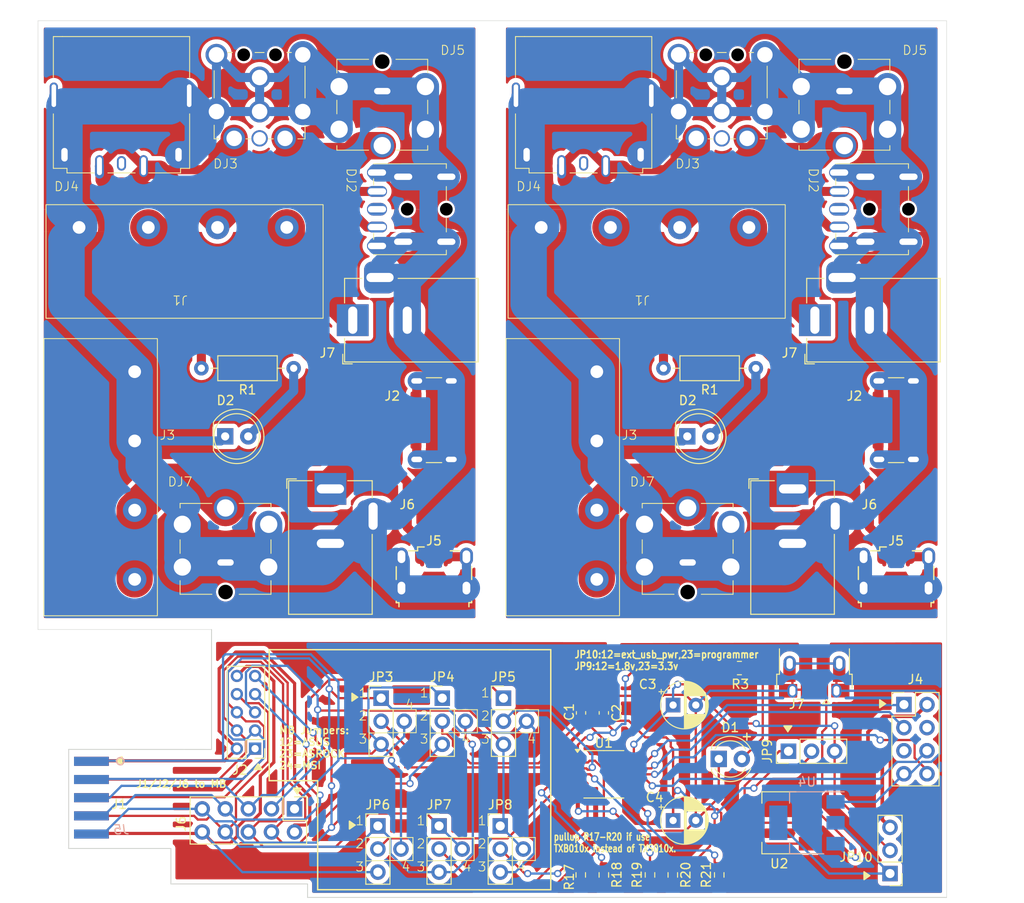
<source format=kicad_pcb>
(kicad_pcb (version 20240108) (generator "pcbnew") (generator_version "8.0")
  (layers (0 "F.Cu" signal) (31 "B.Cu" signal) (34 "B.Paste" user) (35 "F.Paste" user) (36 "B.SilkS" user "B.Silkscreen") (37 "F.SilkS" user "F.Silkscreen") (38 "B.Mask" user) (39 "F.Mask" user) (44 "Edge.Cuts" user))
  (net 0 "")
  (footprint "LED_THT:LED_D4.0mm" (layer "F.Cu") (at 169.925751 131.243225)
    (property "Reference" "D1")
    (property "Value" "LED")
  )
  (footprint "Package_TO_SOT_SMD:SOT-223-3_TabPin2" (layer "F.Cu") (at 176.580875 138.270381 180)
    (property "Reference" "U2")
    (property "Value" "AMS1117-1.8")
  )
  (footprint "mypretties:BarrelJack_Horizontal" (layer "F.Cu") (at 180.503091 82.957187 180)
    (property "Reference" "J7")
    (property "Value" "DC5.5x2.1")
  )
  (footprint "Resistor_THT:R_Axial_DIN0207_L6.3mm_D2.5mm_P10.16mm_Horizontal" (layer "F.Cu") (at 174.003091 88.245039 180)
    (property "Reference" "R1")
    (property "Value" "2K")
  )
  (footprint "libs:pads_01x05_P2.00mm_Vertical_SMD" (layer "F.Cu") (at 98.348875 135.508381)
    (property "Reference" "J1")
    (property "Value" "Conn_01x05_Socket")
  )
  (footprint "libs:PS2x04_P2.54mm_Vertical_sequential" (layer "F.Cu") (at 192.844965 125.259962)
    (property "Reference" "J4")
    (property "Value" "Conn_02x04_Counter_Clockwise")
  )
  (footprint "libs:jumper3_1x04_P2.54mm_Vertical" (layer "F.Cu") (at 145.876719 138.620923)
    (property "Reference" "JP8")
    (property "Value" "Jumper_3_Open")
  )
  (footprint "Resistor_SMD:R_0603_1608Metric_Pad0.98x0.95mm_HandSolder" (layer "F.Cu") (at 162.356875 144.008881 90)
    (property "Reference" "R19")
    (property "Value" "1k")
  )
  (footprint "mypretties:screw762" (layer "F.Cu") (at 122.380891 72.745039 180)
    (property "Reference" "J1")
    (property "Value" "Screw_Terminal_01x04")
  )
  (footprint "libs:jumper3_1x04_P2.54mm_Vertical" (layer "F.Cu") (at 132.763568 124.554381)
    (property "Reference" "JP3")
    (property "Value" "Jumper_3_Open")
  )
  (footprint "mypretties:hp_4.5x3.0mm_dc" (layer "F.Cu") (at 139.940891 70.745039 -90)
    (property "Reference" "DJ2")
    (property "Value" "HP4.5x3")
  )
  (footprint "mypretties:BarrelJack_Horizontal" (layer "F.Cu") (at 178.045591 101.523319 90)
    (property "Reference" "J6")
    (property "Value" "DC5.5x2.1")
  )
  (footprint "mypretties:hp_4.5x3.0mm_dc" (layer "F.Cu") (at 190.803091 70.745039 -90)
    (property "Reference" "DJ2")
    (property "Value" "HP4.5x3")
  )
  (footprint "libs:USB_Micro-B_Amphenol_10103594-0001LF_Horizontal" (layer "F.Cu") (at 180.429875 121.859381 180)
    (property "Reference" "J7")
    (property "Value" "USB_B_Micro")
  )
  (footprint "mypretties:USB_C_Receptacle_GCT_USB4125-xx-x-0190_6P_TopMnt_Horizontal" (layer "F.Cu") (at 190.545555 93.959623 90)
    (property "Reference" "J2")
    (property "Value" "USB_C_Receptacle_PowerOnly_6P")
  )
  (footprint "mypretties:USB_C_Receptacle_GCT_USB4125-xx-x-0190_6P_TopMnt_Horizontal" (layer "F.Cu") (at 139.683355 93.959623 90)
    (property "Reference" "J2")
    (property "Value" "USB_C_Receptacle_PowerOnly_6P")
  )
  (footprint "mypretties:lenovo_square_dc" (layer "F.Cu") (at 104.190891 64.745039 180)
    (property "Reference" "DJ4")
    (property "Value" "LENOVO_SQR")
  )
  (footprint "mypretties:lenovo_hp_dell_7.4x5mm_dc" (layer "F.Cu") (at 170.253091 59.995039)
    (property "Reference" "DJ3")
    (property "Value" "HP_DELL_LENOVO_7.4x5.5")
  )
  (footprint "libs:jumper3_1x04_P2.54mm_Vertical" (layer "F.Cu") (at 132.410105 138.620923)
    (property "Reference" "JP6")
    (property "Value" "Jumper_3_Open")
  )
  (footprint "Resistor_SMD:R_0603_1608Metric_Pad0.98x0.95mm_HandSolder" (layer "F.Cu") (at 154.736875 144.008881 90)
    (property "Reference" "R17")
    (property "Value" "1k")
  )
  (footprint "mypretties:lenovo_square_dc" (layer "F.Cu") (at 155.053091 64.745039 180)
    (property "Reference" "DJ4")
    (property "Value" "LENOVO_SQR")
  )
  (footprint "mypretties:lenovo_hp_dell_7.4x5mm_dc" (layer "F.Cu") (at 119.390891 59.995039)
    (property "Reference" "DJ3")
    (property "Value" "HP_DELL_LENOVO_7.4x5.5")
  )
  (footprint "Capacitor_THT:CP_Radial_D5.0mm_P2.50mm" (layer "F.Cu") (at 164.896875 138.016381)
    (property "Reference" "C4")
    (property "Value" "10uf")
  )
  (footprint "Resistor_SMD:R_0603_1608Metric_Pad0.98x0.95mm_HandSolder" (layer "F.Cu") (at 169.976875 144.008881 90)
    (property "Reference" "R21")
    (property "Value" "1k")
  )
  (footprint "Connector_PinHeader_2.00mm:PinHeader_2x05_P2.00mm_Vertical" (layer "F.Cu") (at 118.890875 130.110381 180)
    (property "Reference" "J2")
    (property "Value" "Conn_02x05_Odd_Even")
  )
  (footprint "Connector_PinHeader_2.54mm:PinHeader_1x03_P2.54mm_Vertical" (layer "F.Cu") (at 177.596875 130.396381 90)
    (property "Reference" "JP9")
    (property "Value" "Jumper_3_Open")
  )
  (footprint "mypretties:screw762" (layer "F.Cu") (at 173.243091 72.745039 180)
    (property "Reference" "J1")
    (property "Value" "Screw_Terminal_01x04")
  )
  (footprint "Resistor_SMD:R_0603_1608Metric_Pad0.98x0.95mm_HandSolder" (layer "F.Cu") (at 164.866875 144.008881 -90)
    (property "Reference" "R20")
    (property "Value" "1k")
  )
  (footprint "mypretties:general_5.5x2.5mm_dc" (layer "F.Cu") (at 115.640891 115.622345 180)
    (property "Reference" "DJ7")
    (property "Value" "DC5.5x2.5")
  )
  (footprint "LED_THT:LED_D5.0mm" (layer "F.Cu") (at 115.600891 95.745039)
    (property "Reference" "D2")
    (property "Value" "LED")
  )
  (footprint "mypretties:USB_Micro-B_flat_horizon" (layer "F.Cu") (at 138.578422 108.989957)
    (property "Reference" "J5")
    (property "Value" "USB_B_Micro")
  )
  (footprint "mypretties:general_5.5x2.5mm_dc" (layer "F.Cu") (at 132.890891 51.745039)
    (property "Reference" "DJ5")
    (property "Value" "DC5.5x2.5")
  )
  (footprint "Capacitor_SMD:C_0603_1608Metric_Pad1.08x0.95mm_HandSolder" (layer "F.Cu") (at 157.276875 126.178881 -90)
    (property "Reference" "C2")
    (property "Value" "0.1uf")
  )
  (footprint "libs:jumper3_1x04_P2.54mm_Vertical" (layer "F.Cu") (at 139.143412 138.620923)
    (property "Reference" "JP7")
    (property "Value" "Jumper_3_Open")
  )
  (footprint "Resistor_THT:R_Axial_DIN0207_L6.3mm_D2.5mm_P10.16mm_Horizontal" (layer "F.Cu") (at 123.140891 88.245039 180)
    (property "Reference" "R1")
    (property "Value" "2K")
  )
  (footprint "LED_THT:LED_D5.0mm" (layer "F.Cu") (at 166.463091 95.745039)
    (property "Reference" "D2")
    (property "Value" "LED")
  )
  (footprint "mypretties:screw762" (layer "F.Cu") (at 105.640891 111.485039 90)
    (property "Reference" "J3")
    (property "Value" "Screw_Terminal_01x04")
  )
  (footprint "Capacitor_SMD:C_0603_1608Metric_Pad1.08x0.95mm_HandSolder" (layer "F.Cu") (at 154.766875 126.178881 90)
    (property "Reference" "C1")
    (property "Value" "0.1uf")
  )
  (footprint "mypretties:screw762" (layer "F.Cu") (at 156.503091 111.485039 90)
    (property "Reference" "J3")
    (property "Value" "Screw_Terminal_01x04")
  )
  (footprint "mypretties:BarrelJack_Horizontal" (layer "F.Cu") (at 127.183391 101.523319 90)
    (property "Reference" "J6")
    (property "Value" "DC5.5x2.1")
  )
  (footprint "mypretties:BarrelJack_Horizontal" (layer "F.Cu") (at 129.640891 82.957187 180)
    (property "Reference" "J7")
    (property "Value" "DC5.5x2.1")
  )
  (footprint "libs:jumper3_1x04_P2.54mm_Vertical" (layer "F.Cu") (at 146.230182 124.554381)
    (property "Reference" "JP5")
    (property "Value" "Jumper_3_Open")
  )
  (footprint "Connector_PinHeader_2.54mm:PinHeader_2x05_P2.54mm_Vertical" (layer "F.Cu") (at 123.235875 136.741381 -90)
    (property "Reference" "J6")
    (property "Value" "Conn_02x05_Odd_Even")
  )
  (footprint "libs:jumper3_1x04_P2.54mm_Vertical" (layer "F.Cu") (at 139.496875 124.554381)
    (property "Reference" "JP4")
    (property "Value" "Jumper_3_Open")
  )
  (footprint "Capacitor_THT:CP_Radial_D5.0mm_P2.50mm" (layer "F.Cu") (at 164.896875 125.316381)
    (property "Reference" "C3")
    (property "Value" "10uf")
  )
  (footprint "mypretties:general_5.5x2.5mm_dc" (layer "F.Cu") (at 166.503091 115.622345 180)
    (property "Reference" "DJ7")
    (property "Value" "DC5.5x2.5")
  )
  (footprint "mypretties:USB_Micro-B_flat_horizon" (layer "F.Cu") (at 189.440622 108.989957)
    (property "Reference" "J5")
    (property "Value" "USB_B_Micro")
  )
  (footprint "mypretties:general_5.5x2.5mm_dc" (layer "F.Cu") (at 183.753091 51.745039)
    (property "Reference" "DJ5")
    (property "Value" "DC5.5x2.5")
  )
  (footprint "Connector_PinHeader_2.54mm:PinHeader_1x03_P2.54mm_Vertical" (layer "F.Cu") (at 188.772875 143.858381 180)
    (property "Reference" "JP10")
    (property "Value" "Jumper_3_Open")
  )
  (footprint "Package_SO:TSSOP-14_4.4x5mm_P0.65mm" (layer "F.Cu") (at 157.276875 132.936381)
    (property "Reference" "U1")
    (property "Value" "TXB0104E")
  )
  (footprint "Resistor_SMD:R_0805_2012Metric_Pad1.20x1.40mm_HandSolder" (layer "F.Cu") (at 172.196965 121.243225)
    (property "Reference" "R3")
    (property "Value" "270")
  )
  (footprint "Resistor_SMD:R_0603_1608Metric_Pad0.98x0.95mm_HandSolder" (layer "F.Cu") (at 157.276875 144.008881 -90)
    (property "Reference" "R18")
    (property "Value" "1k")
  )
  (footprint "libs:pads_01x05_P2.00mm_Vertical_SMD" (layer "B.Cu") (at 103.419239 135.5084 180)
    (property "Reference" "J5")
    (property "Value" "Conn_01x05_Socket")
  )
  (footprint "Package_TO_SOT_SMD:SOT-223-3_TabPin2" (layer "B.Cu") (at 179.628875 138.270381 180)
    (property "Reference" "U4")
    (property "Value" "AMS1117-3.3")
  )
  (gr_circle (center 104.061529 131.489682) (end 104.440353 131.615956) (stroke (width 0.16)) (fill none) (layer "B.SilkS"))
  (gr_poly (pts (xy 187.643204 125.598677) (xy 187.642144 124.75004) (xy 188.252265 125.17457)) (stroke (width 0.16)) (fill solid) (layer "F.SilkS"))
  (gr_line (start 151.434875 119.982381) (end 151.434875 119.220381) (stroke (width 0.16)) (layer "F.SilkS"))
  (gr_poly (pts (xy 129.279518 138.948476) (xy 129.278458 138.099839) (xy 129.888579 138.524369)) (stroke (width 0.16)) (fill solid) (layer "F.SilkS"))
  (gr_line (start 151.434875 119.220381) (end 146.862875 119.220381) (stroke (width 0.16)) (layer "F.SilkS"))
  (gr_poly (pts (xy 104.231329 131.001179) (xy 104.232389 131.849816) (xy 103.622268 131.425286)) (stroke (width 0.16)) (fill solid) (layer "F.SilkS"))
  (gr_poly (pts (xy 119.648875 132.404381) (xy 118.800238 132.405441) (xy 119.224768 131.79532)) (stroke (width 0.16)) (fill solid) (layer "F.SilkS"))
  (gr_poly (pts (xy 123.113875 134.460381) (xy 123.962512 134.459321) (xy 123.537982 135.069442)) (stroke (width 0.16)) (fill solid) (layer "F.SilkS"))
  (gr_poly (pts (xy 129.55733 124.87266) (xy 129.55627 124.024023) (xy 130.166391 124.448553)) (stroke (width 0.16)) (fill solid) (layer "F.SilkS"))
  (gr_poly (pts (xy 177.102806 127.621207) (xy 177.951443 127.620147) (xy 177.526913 128.230268)) (stroke (width 0.16)) (fill solid) (layer "F.SilkS"))
  (gr_line (start 120.446875 133.636381) (end 120.446875 119.220381) (stroke (width 0.16)) (layer "F.SilkS"))
  (gr_line (start 151.434875 119.982381) (end 151.434875 145.636381) (stroke (width 0.16)) (layer "F.SilkS"))
  (gr_poly (pts (xy 185.915214 144.519225) (xy 185.914154 143.670588) (xy 186.524275 144.095118)) (stroke (width 0.16)) (fill solid) (layer "F.SilkS"))
  (gr_line (start 120.446875 119.220381) (end 146.862875 119.220381) (stroke (width 0.16)) (layer "F.SilkS"))
  (gr_line (start 125.780875 133.636381) (end 120.446875 133.636381) (stroke (width 0.16)) (layer "F.SilkS"))
  (gr_line (start 151.434875 145.636381) (end 125.780875 145.636381) (stroke (width 0.16)) (layer "F.SilkS"))
  (gr_line (start 125.780875 145.636381) (end 125.780875 133.636381) (stroke (width 0.16)) (layer "F.SilkS"))
  (gr_line (start 124.672 145) (end 109.625697 145) (stroke (width 0.1)) (layer "Edge.Cuts"))
  (gr_line (start 98.377395 130.191359) (end 114.102485 130.199076) (stroke (width 0.1)) (layer "Edge.Cuts"))
  (gr_line (start 109.625697 141.095486) (end 109.625697 145) (stroke (width 0.1)) (layer "Edge.Cuts"))
  (gr_line (start 95 117) (end 114.102485 117) (stroke (width 0.05)) (layer "Edge.Cuts"))
  (gr_line (start 114.102485 130.199076) (end 114.102485 117) (stroke (width 0.1)) (layer "Edge.Cuts"))
  (gr_line (start 124.672 146.483) (end 124.672 145) (stroke (width 0.1)) (layer "Edge.Cuts"))
  (gr_line (start 195 146.483) (end 124.672 146.483) (stroke (width 0.1)) (layer "Edge.Cuts"))
  (gr_line (start 195 50) (end 95 50) (stroke (width 0.05)) (layer "Edge.Cuts"))
  (gr_line (start 109.625697 141.095486) (end 98.377395 141.095486) (stroke (width 0.1)) (layer "Edge.Cuts"))
  (gr_line (start 98.377395 130.191359) (end 98.377395 141.095486) (stroke (width 0.1)) (layer "Edge.Cuts"))
  (gr_line (start 95 50) (end 95 117) (stroke (width 0.05)) (layer "Edge.Cuts"))
  (gr_line (start 195 146.483) (end 195 50) (stroke (width 0.05)) (layer "Edge.Cuts"))
  (gr_text "MB Jumpers:\n12=ASUS\n23=ASROCK\n24=MSI" (at 121.462875 132.428381 0) (layer "F.SilkS") (effects (font (size 0.8 0.8) (thickness 0.16)) (justify left bottom)))
  (gr_text "J1/J2/J6 to MB\n" (at 105.714875 134.460381 0) (layer "F.SilkS") (effects (font (size 0.8 0.8) (thickness 0.16)) (justify left bottom)))
  (gr_text "pullup R17-R20 if use \nTXB010x instead of TXS010x." (at 151.688875 141.572381 0) (layer "F.SilkS") (effects (font (size 0.8 0.6)) (justify left bottom)))
  (gr_text "+" (at 172.292925 129.307599 0) (layer "F.SilkS") (effects (font (size 1 1) (thickness 0.16)) (justify left bottom)))
  (gr_text "JP10:12=ext_usb_pwr,23=programmer\nJP9:12=1.8v,23=3.3v" (at 153.974875 121.506381 0) (layer "F.SilkS") (effects (font (size 0.8 0.7) (thickness 0.16)) (justify left bottom)))
  (segment (start 123.240875 133.689275) (end 124.910875 135.359275) (width 0.35) (layer "F.Cu") (net 0))
  (segment (start 184.003091 98.245039) (end 184.003091 95.745039) (width 4) (layer "F.Cu") (net 0))
  (segment (start 155.498875 132.428381) (end 155.356875 132.286381) (width 0.25) (layer "F.Cu") (net 0))
  (segment (start 179.224875 120.744381) (end 179.494875 120.474381) (width 0.25) (layer "F.Cu") (net 0))
  (segment (start 153.190591 67.432539) (end 153.190591 66.557539) (width 2) (layer "F.Cu") (net 0))
  (segment (start 122.380891 72.745039) (end 122.380891 82.485039) (width 4) (layer "F.Cu") (net 0))
  (segment (start 127.04157 122.522381) (end 124.510875 125.053076) (width 0.25) (layer "F.Cu") (net 0))
  (segment (start 118.155875 139.281381) (end 119.780875 140.906381) (width 0.25) (layer "F.Cu") (net 0))
  (segment (start 153.17168 143.908881) (end 151.95218 145.128381) (width 0.25) (layer "F.Cu") (net 0))
  (segment (start 119.798408 119.482381) (end 123.240875 122.924848) (width 0.35) (layer "F.Cu") (net 0))
  (segment (start 103.565891 64.195039) (end 104.815891 64.195039) (width 1) (layer "F.Cu") (net 0))
  (segment (start 128.066875 124.554381) (end 132.763568 124.554381) (width 0.25) (layer "F.Cu") (net 0))
  (segment (start 162.102875 137.254381) (end 160.139375 135.290881) (width 0.25) (layer "F.Cu") (net 0))
  (segment (start 126.034875 135.222381) (end 125.780875 135.222381) (width 0.25) (layer "F.Cu") (net 0))
  (segment (start 114.760891 72.745039) (end 108.410891 66.395039) (width 2) (layer "F.Cu") (net 0))
  (segment (start 127.304875 130.904381) (end 125.526875 129.126381) (width 0.25) (layer "F.Cu") (net 0))
  (segment (start 164.896875 138.016381) (end 164.896875 130.142381) (width 0.25) (layer "F.Cu") (net 0))
  (segment (start 160.017875 127.041381) (end 157.276875 127.041381) (width 0.25) (layer "F.Cu") (net 0))
  (segment (start 155.51957 131.636381) (end 155.70657 131.449381) (width 0.25) (layer "F.Cu") (net 0))
  (segment (start 155.566875 127.416381) (end 159.136875 130.986381) (width 0.25) (layer "F.Cu") (net 0))
  (segment (start 132.890891 63.745039) (end 130.583532 63.745039) (width 3) (layer "F.Cu") (net 0))
  (segment (start 133.585105 139.985923) (end 146.676292 139.985923) (width 0.25) (layer "F.Cu") (net 0))
  (segment (start 125.526875 128.618381) (end 125.272875 128.364381) (width 0.25) (layer "F.Cu") (net 0))
  (segment (start 172.770875 134.206381) (end 176.580875 130.396381) (width 0.25) (layer "F.Cu") (net 0))
  (segment (start 142.153422 108.989957) (end 140.173422 108.989957) (width 1) (layer "F.Cu") (net 0))
  (segment (start 158.292875 128.057381) (end 157.276875 127.041381) (width 0.25) (layer "F.Cu") (net 0))
  (segment (start 101.765891 65.995039) (end 102.328391 66.557539) (width 1) (layer "F.Cu") (net 0))
  (segment (start 117.738463 137.966381) (end 118.718875 137.966381) (width 0.35) (layer "F.Cu") (net 0))
  (segment (start 132.763568 127.094381) (end 135.432875 129.763688) (width 0.25) (layer "F.Cu") (net 0))
  (segment (start 188.772875 138.778381) (end 187.922875 137.928381) (width 0.4) (layer "F.Cu") (net 0))
  (segment (start 165.623091 72.745039) (end 165.623091 64.775039) (width 2) (layer "F.Cu") (net 0))
  (segment (start 178.034875 121.054381) (end 177.724875 120.744381) (width 0.25) (layer "F.Cu") (net 0))
  (segment (start 116.968265 119.982381) (end 119.591302 119.982381) (width 0.25) (layer "F.Cu") (net 0))
  (segment (start 140.671875 129.793381) (end 142.602875 131.724381) (width 0.25) (layer "F.Cu") (net 0))
  (segment (start 150.418875 134.968381) (end 153.100875 132.286381) (width 0.25) (layer "F.Cu") (net 0))
  (segment (start 146.230182 129.634381) (end 146.230182 129.625987) (width 0.25) (layer "F.Cu") (net 0))
  (segment (start 169.003091 78.245039) (end 171.503091 75.745039) (width 4) (layer "F.Cu") (net 0))
  (segment (start 169.468875 139.032381) (end 168.960875 139.540381) (width 0.25) (layer "F.Cu") (net 0))
  (segment (start 159.273091 66.395039) (end 157.878091 66.395039) (width 2) (layer "F.Cu") (net 0))
  (segment (start 153.212875 132.286381) (end 154.414375 132.286381) (width 0.25) (layer "F.Cu") (net 0))
  (segment (start 127.774647 140.906381) (end 131.426647 137.254381) (width 0.25) (layer "F.Cu") (net 0))
  (segment (start 157.022875 142.080381) (end 157.022875 142.842381) (width 0.25) (layer "F.Cu") (net 0))
  (segment (start 113.906726 137.572232) (end 115.615875 139.281381) (width 0.25) (layer "F.Cu") (net 0))
  (segment (start 154.414375 136.931881) (end 154.482875 137.000381) (width 0.25) (layer "F.Cu") (net 0))
  (segment (start 120.695875 139.281381) (end 121.870875 140.456381) (width 0.25) (layer "F.Cu") (net 0))
  (segment (start 112.589174 137.916381) (end 113.562576 137.916381) (width 0.25) (layer "F.Cu") (net 0))
  (segment (start 164.134875 128.872381) (end 161.848875 128.872381) (width 0.25) (layer "F.Cu") (net 0))
  (segment (start 148.574177 143.858381) (end 148.894875 143.858381) (width 0.25) (layer "F.Cu") (net 0))
  (segment (start 183.184875 120.744381) (end 181.684875 120.744381) (width 0.25) (layer "F.Cu") (net 0))
  (segment (start 153.725834 132.936381) (end 154.414375 132.936381) (width 0.25) (layer "F.Cu") (net 0))
  (segment (start 117.890875 125.110381) (end 116.890875 124.110381) (width 0.25) (layer "F.Cu") (net 0))
  (segment (start 164.803091 101.922345) (end 164.803091 101.545039) (width 4) (layer "F.Cu") (net 0))
  (segment (start 112.912875 139.444381) (end 113.075875 139.281381) (width 0.35) (layer "F.Cu") (net 0))
  (segment (start 129.852414 64.945039) (end 131.052414 63.745039) (width 3) (layer "F.Cu") (net 0))
  (segment (start 187.695456 129.164962) (end 191.409456 129.164962) (width 0.25) (layer "F.Cu") (net 0))
  (segment (start 161.878875 131.636381) (end 162.864875 130.650381) (width 0.25) (layer "F.Cu") (net 0))
  (segment (start 167.453091 66.695039) (end 167.453091 62.945039) (width 3) (layer "F.Cu") (net 0))
  (segment (start 182.874875 123.744381) (end 182.874875 121.054381) (width 0.25) (layer "F.Cu") (net 0))
  (segment (start 133.908875 131.412381) (end 133.908875 130.779688) (width 0.4) (layer "F.Cu") (net 0))
  (segment (start 113.940891 101.922345) (end 113.940891 101.545039) (width 4) (layer "F.Cu") (net 0))
  (segment (start 108.760891 100.745039) (end 105.640891 103.865039) (width 4) (layer "F.Cu") (net 0))
  (segment (start 164.896875 138.016381) (end 164.896875 135.222381) (width 0.25) (layer "F.Cu") (net 0))
  (segment (start 178.045591 101.523319) (end 181.323871 98.245039) (width 4) (layer "F.Cu") (net 0))
  (segment (start 139.143412 141.160923) (end 143.11087 145.128381) (width 0.25) (layer "F.Cu") (net 0))
  (segment (start 132.130875 133.952381) (end 127.304875 138.778381) (width 0.25) (layer "F.Cu") (net 0))
  (segment (start 156.30718 131.449381) (end 157.276875 132.419076) (width 0.25) (layer "F.Cu") (net 0))
  (segment (start 155.476875 133.96034) (end 155.102916 133.586381) (width 0.25) (layer "F.Cu") (net 0))
  (segment (start 119.890875 131.110381) (end 119.890875 127.696167) (width 0.25) (layer "F.Cu") (net 0))
  (segment (start 110.640891 68.245039) (end 110.640891 68.625039) (width 1) (layer "F.Cu") (net 0))
  (segment (start 157.878091 66.395039) (end 164.003091 66.395039) (width 1) (layer "F.Cu") (net 0))
  (segment (start 163.880875 124.191381) (end 163.771875 124.300381) (width 0.25) (layer "F.Cu") (net 0))
  (segment (start 131.747568 130.650381) (end 132.763568 129.634381) (width 0.25) (layer "F.Cu") (net 0))
  (segment (start 155.356875 132.286381) (end 154.414375 132.286381) (width 0.25) (layer "F.Cu") (net 0))
  (segment (start 170.193875 137.208076) (end 170.193875 138.487381) (width 0.25) (layer "F.Cu") (net 0))
  (segment (start 173.430875 138.270381) (end 179.730875 138.270381) (width 0.25) (layer "F.Cu") (net 0))
  (segment (start 133.140891 95.745039) (end 135.640891 95.745039) (width 1) (layer "F.Cu") (net 0))
  (segment (start 162.356875 141.572381) (end 162.356875 143.096381) (width 0.25) (layer "F.Cu") (net 0))
  (segment (start 179.154875 123.624381) (end 178.154875 123.624381) (width 0.25) (layer "F.Cu") (net 0))
  (segment (start 122.190891 62.945039) (end 124.190891 64.945039) (width 3) (layer "F.Cu") (net 0))
  (segment (start 182.676875 135.222381) (end 182.676875 130.396381) (width 0.25) (layer "F.Cu") (net 0))
  (segment (start 179.003091 66.18768) (end 179.003091 68.245039) (width 3) (layer "F.Cu") (net 0))
  (segment (start 175.564875 132.682381) (end 178.297271 132.682381) (width 0.25) (layer "F.Cu") (net 0))
  (segment (start 115.440875 126.660381) (end 115.440875 121.509771) (width 0.25) (layer "F.Cu") (net 0))
  (segment (start 115.890875 121.696167) (end 117.026661 120.560381) (width 0.25) (layer "F.Cu") (net 0))
  (segment (start 124.510875 129.634381) (end 124.510875 130.396381) (width 0.25) (layer "F.Cu") (net 0))
  (segment (start 180.714614 64.945039) (end 181.914614 63.745039) (width 3) (layer "F.Cu") (net 0))
  (segment (start 158.292875 124.300381) (end 157.276875 125.316381) (width 0.25) (layer "F.Cu") (net 0))
  (segment (start 183.173091 68.785039) (end 179.543091 68.785039) (width 1) (layer "F.Cu") (net 0))
  (segment (start 160.139375 132.936381) (end 162.864875 132.936381) (width 0.25) (layer "F.Cu") (net 0))
  (segment (start 117.890875 129.110381) (end 116.890875 128.110381) (width 0.25) (layer "F.Cu") (net 0))
  (segment (start 179.730875 135.970381) (end 184.962875 141.202381) (width 0.25) (layer "F.Cu") (net 0))
  (segment (start 181.914614 63.745039) (end 183.753091 63.745039) (width 3) (layer "F.Cu") (net 0))
  (segment (start 114.760891 72.745039) (end 114.760891 64.775039) (width 2) (layer "F.Cu") (net 0))
  (segment (start 171.503091 74.485039) (end 173.243091 72.745039) (width 4) (layer "F.Cu") (net 0))
  (segment (start 187.865622 107.10757) (end 187.865622 109.284957) (width 1) (layer "F.Cu") (net 0))
  (segment (start 128.140891 81.457187) (end 129.640891 82.957187) (width 3) (layer "F.Cu") (net 0))
  (segment (start 118.718875 137.966381) (end 119.470875 137.214381) (width 0.35) (layer "F.Cu") (net 0))
  (segment (start 130.461671 98.245039) (end 133.140891 98.245039) (width 4) (layer "F.Cu") (net 0))
  (segment (start 119.780875 140.906381) (end 127.774647 140.906381) (width 0.25) (layer "F.Cu") (net 0))
  (segment (start 159.623091 100.745039) (end 156.503091 103.865039) (width 4) (layer "F.Cu") (net 0))
  (segment (start 157.878091 66.395039) (end 156.578091 67.695039) (width 2) (layer "F.Cu") (net 0))
  (segment (start 101.765891 65.995039) (end 103.565891 64.195039) (width 1) (layer "F.Cu") (net 0))
  (segment (start 164.642875 129.888381) (end 164.896875 130.142381) (width 0.25) (layer "F.Cu") (net 0))
  (segment (start 117.940875 121.060381) (end 116.890875 122.110381) (width 0.35) (layer "F.Cu") (net 0))
  (segment (start 116.890875 126.110381) (end 115.890875 125.110381) (width 0.25) (layer "F.Cu") (net 0))
  (segment (start 103.140891 68.245039) (end 102.328391 67.432539) (width 2) (layer "F.Cu") (net 0))
  (segment (start 158.003091 72.745039) (end 161.503091 76.245039) (width 4) (layer "F.Cu") (net 0))
  (segment (start 115.440875 121.509771) (end 116.968265 119.982381) (width 0.25) (layer "F.Cu") (net 0))
  (segment (start 169.468875 142.588381) (end 169.976875 143.096381) (width 0.25) (layer "F.Cu") (net 0))
  (segment (start 121.970875 122.99835) (end 121.970875 137.318082) (width 0.25) (layer "F.Cu") (net 0))
  (segment (start 165.623091 64.775039) (end 167.453091 62.945039) (width 2) (layer "F.Cu") (net 0))
  (segment (start 156.578091 68.170039) (end 156.503091 68.245039) (width 2) (layer "F.Cu") (net 0))
  (segment (start 152.628091 65.995039) (end 153.190591 66.557539) (width 1) (layer "F.Cu") (net 0))
  (segment (start 179.543091 68.785039) (end 179.003091 68.245039) (width 1) (layer "F.Cu") (net 0))
  (segment (start 171.019866 127.348381) (end 174.040875 127.348381) (width 0.25) (layer "F.Cu") (net 0))
  (segment (start 113.140891 66.395039) (end 116.590891 62.945039) (width 1) (layer "F.Cu") (net 0))
  (segment (start 184.838507 92.409623) (end 187.465555 92.409623) (width 1) (layer "F.Cu") (net 0))
  (segment (start 105.715891 67.695039) (end 105.715891 68.170039) (width 2) (layer "F.Cu") (net 0))
  (segment (start 146.676292 139.985923) (end 153.725834 132.936381) (width 0.25) (layer "F.Cu") (net 0))
  (segment (start 156.414375 124.453881) (end 157.276875 125.316381) (width 0.25) (layer "F.Cu") (net 0))
  (segment (start 155.102916 133.586381) (end 154.414375 133.586381) (width 0.25) (layer "F.Cu") (net 0))
  (segment (start 143.11087 145.128381) (end 149.402875 145.128381) (width 0.25) (layer "F.Cu") (net 0))
  (segment (start 102.328391 67.432539) (end 102.328391 66.557539) (width 2) (layer "F.Cu") (net 0))
  (segment (start 117.739917 101.523319) (end 115.640891 103.622345) (width 4) (layer "F.Cu") (net 0))
  (segment (start 187.545555 98.279623) (end 187.545555 96.789623) (width 1) (layer "F.Cu") (net 0))
  (segment (start 119.3258 121.060381) (end 117.940875 121.060381) (width 0.35) (layer "F.Cu") (net 0))
  (segment (start 100.888875 139.444381) (end 112.912875 139.444381) (width 0.35) (layer "F.Cu") (net 0))
  (segment (start 164.642875 129.380381) (end 164.642875 129.888381) (width 0.25) (layer "F.Cu") (net 0))
  (segment (start 135.940875 133.952381) (end 132.130875 133.952381) (width 0.25) (layer "F.Cu") (net 0))
  (segment (start 164.054375 143.908881) (end 153.17168 143.908881) (width 0.25) (layer "F.Cu") (net 0))
  (segment (start 164.003091 66.395039) (end 164.003091 71.125039) (width 1) (layer "F.Cu") (net 0))
  (segment (start 173.053091 65.315039) (end 173.053091 62.945039) (width 2) (layer "F.Cu") (net 0))
  (segment (start 156.578091 67.695039) (end 156.578091 68.170039) (width 2) (layer "F.Cu") (net 0))
  (segment (start 182.073091 72.705039) (end 179.003091 69.635039) (width 1) (layer "F.Cu") (net 0))
  (segment (start 191.035622 108.989957) (end 191.015622 109.009957) (width 1) (layer "F.Cu") (net 0))
  (segment (start 172.276875 140.570381) (end 179.730875 140.570381) (width 0.25) (layer "F.Cu") (net 0))
  (segment (start 121.182576 138.106381) (end 119.330875 138.106381) (width 0.25) (layer "F.Cu") (net 0))
  (segment (start 114.760891 64.775039) (end 116.590891 62.945039) (width 2) (layer "F.Cu") (net 0))
  (segment (start 111.140891 76.245039) (end 113.140891 78.245039) (width 4) (layer "F.Cu") (net 0))
  (segment (start 157.478091 65.995039) (end 157.878091 66.395039) (width 1) (layer "F.Cu") (net 0))
  (segment (start 181.445732 63.745039) (end 179.003091 66.18768) (width 3) (layer "F.Cu") (net 0))
  (segment (start 100.888875 133.508381) (end 114.907089 133.508381) (width 0.25) (layer "F.Cu") (net 0))
  (segment (start 128.680891 68.785039) (end 128.140891 68.245039) (width 1) (layer "F.Cu") (net 0))
  (segment (start 186.503091 95.745039) (end 186.738507 95.509623) (width 1) (layer "F.Cu") (net 0))
  (segment (start 186.348875 129.380285) (end 186.348875 128.28701) (width 0.4) (layer "F.Cu") (net 0))
  (segment (start 136.683355 89.639623) (end 136.683355 91.129623) (width 1) (layer "F.Cu") (net 0))
  (segment (start 120.954875 131.611487) (end 120.954875 122.689456) (width 0.35) (layer "F.Cu") (net 0))
  (segment (start 160.578875 129.634381) (end 160.578875 130.546881) (width 0.25) (layer "F.Cu") (net 0))
  (segment (start 131.052414 63.745039) (end 132.890891 63.745039) (width 3) (layer "F.Cu") (net 0))
  (segment (start 120.340875 126.146167) (end 119.305089 125.110381) (width 0.25) (layer "F.Cu") (net 0))
  (segment (start 183.173091 72.705039) (end 182.073091 72.705039) (width 1) (layer "F.Cu") (net 0))
  (segment (start 154.414375 130.986381) (end 154.414375 129.702881) (width 0.25) (layer "F.Cu") (net 0))
  (segment (start 123.240875 138.516381) (end 123.240875 138.769275) (width 0.35) (layer "F.Cu") (net 0))
  (segment (start 184.003091 95.745039) (end 184.003091 93.245039) (width 4) (layer "F.Cu") (net 0))
  (segment (start 164.003091 66.395039) (end 167.453091 62.945039) (width 1) (layer "F.Cu") (net 0))
  (segment (start 124.510875 125.053076) (end 124.510875 129.634381) (width 0.25) (layer "F.Cu") (net 0))
  (segment (start 191.409456 129.164962) (end 191.479965 129.235471) (width 0.25) (layer "F.Cu") (net 0))
  (segment (start 127.050875 123.538381) (end 128.066875 124.554381) (width 0.25) (layer "F.Cu") (net 0))
  (segment (start 154.766875 127.041381) (end 153.966875 126.241381) (width 0.25) (layer "F.Cu") (net 0))
  (segment (start 145.876719 141.160923) (end 148.574177 143.858381) (width 0.25) (layer "F.Cu") (net 0))
  (segment (start 119.305089 125.110381) (end 117.890875 125.110381) (width 0.25) (layer "F.Cu") (net 0))
  (segment (start 154.414375 132.936381) (end 155.752875 132.936381) (width 0.25) (layer "F.Cu") (net 0))
  (segment (start 123.240875 122.924848) (end 123.240875 133.689275) (width 0.35) (layer "F.Cu") (net 0))
  (segment (start 154.428091 64.195039) (end 155.678091 64.195039) (width 1) (layer "F.Cu") (net 0))
  (segment (start 124.310875 138.016381) (end 121.960875 138.016381) (width 0.25) (layer "F.Cu") (net 0))
  (segment (start 154.414375 134.886381) (end 154.414375 136.931881) (width 0.45) (layer "F.Cu") (net 0))
  (segment (start 184.003091 93.245039) (end 184.838507 92.409623) (width 1) (layer "F.Cu") (net 0))
  (segment (start 110.640891 76.245039) (end 111.140891 76.245039) (width 4) (layer "F.Cu") (net 0))
  (segment (start 118.700891 68.805039) (end 116.590891 66.695039) (width 3) (layer "F.Cu") (net 0))
  (segment (start 170.193875 138.487381) (end 172.276875 140.570381) (width 0.25) (layer "F.Cu") (net 0))
  (segment (start 136.683355 96.789623) (end 136.603355 96.709623) (width 1) (layer "F.Cu") (net 0))
  (segment (start 163.843091 88.245039) (end 163.843091 78.405039) (width 1) (layer "F.Cu") (net 0))
  (segment (start 178.045591 101.523319) (end 168.602117 101.523319) (width 4) (layer "F.Cu") (net 0))
  (segment (start 100.888875 131.444381) (end 115.556875 131.444381) (width 0.35) (layer "F.Cu") (net 0))
  (segment (start 166.271875 124.191381) (end 163.880875 124.191381) (width 0.25) (layer "F.Cu") (net 0))
  (segment (start 106.615891 65.995039) (end 107.015891 66.395039) (width 1) (layer "F.Cu") (net 0))
  (segment (start 135.432875 129.763688) (end 135.432875 132.174381) (width 0.25) (layer "F.Cu") (net 0))
  (segment (start 124.410875 137.916381) (end 124.310875 138.016381) (width 0.25) (layer "F.Cu") (net 0))
  (segment (start 119.470875 133.095487) (end 120.954875 131.611487) (width 0.35) (layer "F.Cu") (net 0))
  (segment (start 153.966875 126.241381) (end 153.966875 124.783386) (width 0.25) (layer "F.Cu") (net 0))
  (segment (start 173.786875 134.460381) (end 175.564875 132.682381) (width 0.25) (layer "F.Cu") (net 0))
  (segment (start 173.243091 72.745039) (end 173.243091 82.485039) (width 4) (layer "F.Cu") (net 0))
  (segment (start 155.752875 132.936381) (end 156.260875 133.444381) (width 0.25) (layer "F.Cu") (net 0))
  (segment (start 160.578875 130.546881) (end 160.139375 130.986381) (width 0.25) (layer "F.Cu") (net 0))
  (segment (start 121.960875 138.016381) (end 120.695875 139.281381) (width 0.25) (layer "F.Cu") (net 0))
  (segment (start 163.771875 124.300381) (end 158.292875 124.300381) (width 0.25) (layer "F.Cu") (net 0))
  (segment (start 131.426647 137.254381) (end 137.77687 137.254381) (width 0.25) (layer "F.Cu") (net 0))
  (segment (start 160.139375 135.290881) (end 160.139375 134.886381) (width 0.25) (layer "F.Cu") (net 0))
  (segment (start 113.140891 100.745039) (end 108.760891 100.745039) (width 4) (layer "F.Cu") (net 0))
  (segment (start 160.433875 139.141381) (end 166.271875 139.141381) (width 0.25) (layer "F.Cu") (net 0))
  (segment (start 124.410875 135.566381) (end 124.410875 137.916381) (width 0.25) (layer "F.Cu") (net 0))
  (segment (start 135.876307 95.509623) (end 136.106299 95.509623) (width 1) (layer "F.Cu") (net 0))
  (segment (start 123.752981 139.281381) (end 123.235875 139.281381) (width 0.35) (layer "F.Cu") (net 0))
  (segment (start 105.640891 103.865039) (end 105.640891 111.485039) (width 4) (layer "F.Cu") (net 0))
  (segment (start 120.954875 122.689456) (end 119.3258 121.060381) (width 0.35) (layer "F.Cu") (net 0))
  (segment (start 115.556875 135.444381) (end 119.890875 131.110381) (width 0.25) (layer "F.Cu") (net 0))
  (segment (start 178.034875 123.744381) (end 178.034875 121.054381) (width 0.25) (layer "F.Cu") (net 0))
  (segment (start 105.715891 68.170039) (end 105.640891 68.245039) (width 2) (layer "F.Cu") (net 0))
  (segment (start 153.966875 124.783386) (end 154.29638 124.453881) (width 0.25) (layer "F.Cu") (net 0))
  (segment (start 162.356875 144.921381) (end 164.866875 144.921381) (width 0.25) (layer "F.Cu") (net 0))
  (segment (start 125.526875 129.126381) (end 125.526875 128.618381) (width 0.25) (layer "F.Cu") (net 0))
  (segment (start 160.139375 131.636381) (end 161.878875 131.636381) (width 0.25) (layer "F.Cu") (net 0))
  (segment (start 127.183391 101.523319) (end 130.461671 98.245039) (width 4) (layer "F.Cu") (net 0))
  (segment (start 116.178875 140.506381) (end 116.930875 139.754381) (width 0.35) (layer "F.Cu") (net 0))
  (segment (start 187.545555 96.789623) (end 187.465555 96.709623) (width 1) (layer "F.Cu") (net 0))
  (segment (start 137.003422 107.10757) (end 137.003422 109.284957) (width 1) (layer "F.Cu") (net 0))
  (segment (start 183.753091 63.745039) (end 181.445732 63.745039) (width 3) (layer "F.Cu") (net 0))
  (segment (start 104.815891 64.195039) (end 106.615891 65.995039) (width 1) (layer "F.Cu") (net 0))
  (segment (start 166.271875 139.141381) (end 167.396875 138.016381) (width 0.25) (layer "F.Cu") (net 0))
  (segment (start 130.583532 63.745039) (end 128.140891 66.18768) (width 3) (layer "F.Cu") (net 0))
  (segment (start 179.730875 135.970381) (end 181.311875 134.389381) (width 0.25) (layer "F.Cu") (net 0))
  (segment (start 135.640891 95.745039) (end 135.876307 95.509623) (width 1) (layer "F.Cu") (net 0))
  (segment (start 108.410891 66.395039) (end 107.015891 66.395039) (width 2) (layer "F.Cu") (net 0))
  (segment (start 156.503091 103.865039) (end 156.503091 111.485039) (width 4) (layer "F.Cu") (net 0))
  (segment (start 114.760891 72.745039) (end 122.190891 65.315039) (width 2) (layer "F.Cu") (net 0))
  (segment (start 132.410105 141.160923) (end 133.585105 139.985923) (width 0.25) (layer "F.Cu") (net 0))
  (segment (start 100.888875 135.444381) (end 115.556875 135.444381) (width 0.25) (layer "F.Cu") (net 0))
  (segment (start 121.870875 140.456381) (end 123.848875 140.456381) (width 0.25) (layer "F.Cu") (net 0))
  (segment (start 116.930875 138.773969) (end 117.738463 137.966381) (width 0.35) (layer "F.Cu") (net 0))
  (segment (start 188.085923 126.549962) (end 191.554965 126.549962) (width 0.4) (layer "F.Cu") (net 0))
  (segment (start 186.738507 95.509623) (end 186.968499 95.509623) (width 1) (layer "F.Cu") (net 0))
  (segment (start 154.414375 129.702881) (end 155.244875 128.872381) (width 0.25) (layer "F.Cu") (net 0))
  (segment (start 113.562576 137.916381) (end 113.906726 137.572232) (width 0.25) (layer "F.Cu") (net 0))
  (segment (start 157.276875 140.556381) (end 154.736875 143.096381) (width 0.25) (layer "F.Cu") (net 0))
  (segment (start 182.874875 121.054381) (end 183.184875 120.744381) (width 0.25) (layer "F.Cu") (net 0))
  (segment (start 114.940875 128.160381) (end 114.940875 121.302665) (width 0.35) (layer "F.Cu") (net 0))
  (segment (start 135.432875 132.174381) (end 152.537834 132.174381) (width 0.25) (layer "F.Cu") (net 0))
  (segment (start 107.140891 72.745039) (end 110.640891 76.245039) (width 4) (layer "F.Cu") (net 0))
  (segment (start 191.479965 131.121381) (end 192.844965 132.486381) (width 0.25) (layer "F.Cu") (net 0))
  (segment (start 119.591302 119.982381) (end 122.478875 122.869954) (width 0.25) (layer "F.Cu") (net 0))
  (segment (start 173.430875 137.914381) (end 172.770875 137.254381) (width 0.25) (layer "F.Cu") (net 0))
  (segment (start 162.498875 132.286381) (end 162.864875 131.920381) (width 0.25) (layer "F.Cu") (net 0))
  (segment (start 179.003091 68.245039) (end 179.003091 81.457187) (width 3) (layer "F.Cu") (net 0))
  (segment (start 177.724875 120.744381) (end 179.224875 120.744381) (width 0.25) (layer "F.Cu") (net 0))
  (segment (start 181.311875 134.389381) (end 181.311875 128.26353) (width 0.25) (layer "F.Cu") (net 0))
  (segment (start 168.960875 139.540381) (end 168.960875 140.827381) (width 0.25) (layer "F.Cu") (net 0))
  (segment (start 181.684875 120.744381) (end 181.414875 120.474381) (width 0.25) (layer "F.Cu") (net 0))
  (segment (start 155.244875 128.872381) (end 155.752875 128.872381) (width 0.25) (layer "F.Cu") (net 0))
  (segment (start 128.828875 135.476381) (end 128.828875 130.650381) (width 0.25) (layer "F.Cu") (net 0))
  (segment (start 153.100875 132.286381) (end 153.212875 132.286381) (width 0.25) (layer "F.Cu") (net 0))
  (segment (start 164.803091 101.545039) (end 164.003091 100.745039) (width 4) (layer "F.Cu") (net 0))
  (segment (start 175.053091 64.945039) (end 180.714614 64.945039) (width 3) (layer "F.Cu") (net 0))
  (segment (start 120.640891 74.485039) (end 122.380891 72.745039) (width 4) (layer "F.Cu") (net 0))
  (segment (start 131.210891 72.705039) (end 128.140891 69.635039) (width 1) (layer "F.Cu") (net 0))
  (segment (start 149.402875 145.128381) (end 155.476875 139.054381) (width 0.25) (layer "F.Cu") (net 0))
  (segment (start 169.76918 136.783381) (end 170.193875 137.208076) (width 0.25) (layer "F.Cu") (net 0))
  (segment (start 179.003091 81.457187) (end 180.503091 82.957187) (width 3) (layer "F.Cu") (net 0))
  (segment (start 187.922875 130.954285) (end 186.348875 129.380285) (width 0.4) (layer "F.Cu") (net 0))
  (segment (start 128.140891 66.18768) (end 128.140891 68.245039) (width 3) (layer "F.Cu") (net 0))
  (segment (start 173.053091 65.315039) (end 169.563091 68.805039) (width 3) (layer "F.Cu") (net 0))
  (segment (start 140.671875 129.14768) (end 140.671875 129.793381) (width 0.25) (layer "F.Cu") (net 0))
  (segment (start 164.003091 71.125039) (end 165.623091 72.745039) (width 1) (layer "F.Cu") (net 0))
  (segment (start 171.196965 121.243225) (end 160.810031 121.243225) (width 0.25) (layer "F.Cu") (net 0))
  (segment (start 124.910875 138.123487) (end 124.517981 138.516381) (width 0.35) (layer "F.Cu") (net 0))
  (segment (start 182.676875 130.396381) (end 182.676875 127.602381) (width 0.25) (layer "F.Cu") (net 0))
  (segment (start 152.958875 143.096381) (end 154.736875 143.096381) (width 0.25) (layer "F.Cu") (net 0))
  (segment (start 160.810031 121.243225) (end 159.648875 122.404381) (width 0.25) (layer "F.Cu") (net 0))
  (segment (start 181.754875 127.82053) (end 181.754875 123.624381) (width 0.25) (layer "F.Cu") (net 0))
  (segment (start 178.154875 123.624381) (end 178.034875 123.744381) (width 0.25) (layer "F.Cu") (net 0))
  (segment (start 122.380891 82.485039) (end 133.140891 93.245039) (width 4) (layer "F.Cu") (net 0))
  (segment (start 133.976307 92.409623) (end 136.603355 92.409623) (width 1) (layer "F.Cu") (net 0))
  (segment (start 179.003091 68.245039) (end 179.003091 69.635039) (width 1) (layer "F.Cu") (net 0))
  (segment (start 168.602117 101.523319) (end 166.503091 103.622345) (width 4) (layer "F.Cu") (net 0))
  (segment (start 168.960875 140.827381) (end 164.866875 144.921381) (width 0.25) (layer "F.Cu") (net 0))
  (segment (start 122.478875 133.634381) (end 124.410875 135.566381) (width 0.25) (layer "F.Cu") (net 0))
  (segment (start 191.479965 129.235471) (end 191.479965 131.121381) (width 0.25) (layer "F.Cu") (net 0))
  (segment (start 187.545555 91.129623) (end 187.465555 91.209623) (width 1) (layer "F.Cu") (net 0))
  (segment (start 166.701866 123.030381) (end 171.019866 127.348381) (width 0.25) (layer "F.Cu") (net 0))
  (segment (start 124.517981 138.516381) (end 123.240875 138.516381) (width 0.35) (layer "F.Cu") (net 0))
  (segment (start 174.765875 122.812135) (end 173.196965 121.243225) (width 0.25) (layer "F.Cu") (net 0))
  (segment (start 120.340875 131.518381) (end 120.340875 126.146167) (width 0.25) (layer "F.Cu") (net 0))
  (segment (start 135.640891 100.745039) (end 135.640891 105.745039) (width 1) (layer "F.Cu") (net 0))
  (segment (start 146.230182 129.625987) (end 142.523576 125.919381) (width 0.25) (layer "F.Cu") (net 0))
  (segment (start 142.036875 128.872381) (end 142.798875 129.634381) (width 0.25) (layer "F.Cu") (net 0))
  (segment (start 128.140891 68.245039) (end 128.140891 81.457187) (width 3) (layer "F.Cu") (net 0))
  (segment (start 133.140891 98.245039) (end 133.140891 95.745039) (width 4) (layer "F.Cu") (net 0))
  (segment (start 173.053091 62.945039) (end 175.053091 64.945039) (width 3) (layer "F.Cu") (net 0))
  (segment (start 159.136875 130.986381) (end 160.139375 130.986381) (width 0.25) (layer "F.Cu") (net 0))
  (segment (start 123.848875 140.456381) (end 128.828875 135.476381) (width 0.25) (layer "F.Cu") (net 0))
  (segment (start 150.083875 131.724381) (end 154.766875 127.041381) (width 0.25) (layer "F.Cu") (net 0))
  (segment (start 158.292875 137.000381) (end 160.433875 139.141381) (width 0.25) (layer "F.Cu") (net 0))
  (segment (start 113.075875 139.281381) (end 114.300875 140.506381) (width 0.35) (layer "F.Cu") (net 0))
  (segment (start 184.962875 141.202381) (end 184.962875 142.080381) (width 0.25) (layer "F.Cu") (net 0))
  (segment (start 132.310891 72.705039) (end 131.210891 72.705039) (width 1) (layer "F.Cu") (net 0))
  (segment (start 135.640891 105.745039) (end 137.003422 107.10757) (width 1) (layer "F.Cu") (net 0))
  (segment (start 154.414375 131.636381) (end 155.51957 131.636381) (width 0.25) (layer "F.Cu") (net 0))
  (segment (start 174.765875 128.943101) (end 174.765875 122.812135) (width 0.25) (layer "F.Cu") (net 0))
  (segment (start 107.015891 66.395039) (end 113.140891 66.395039) (width 1) (layer "F.Cu") (net 0))
  (segment (start 113.140891 71.125039) (end 114.760891 72.745039) (width 1) (layer "F.Cu") (net 0))
  (segment (start 127.183391 101.523319) (end 117.739917 101.523319) (width 4) (layer "F.Cu") (net 0))
  (segment (start 114.940875 121.302665) (end 116.761159 119.482381) (width 0.35) (layer "F.Cu") (net 0))
  (segment (start 163.843091 78.405039) (end 164.003091 78.245039) (width 1) (layer "F.Cu") (net 0))
  (segment (start 142.036875 127.094381) (end 142.036875 128.872381) (width 0.25) (layer "F.Cu") (net 0))
  (segment (start 155.70657 131.449381) (end 156.30718 131.449381) (width 0.25) (layer "F.Cu") (net 0))
  (segment (start 133.140891 95.745039) (end 133.140891 93.245039) (width 4) (layer "F.Cu") (net 0))
  (segment (start 172.770875 137.254381) (end 172.770875 134.206381) (width 0.25) (layer "F.Cu") (net 0))
  (segment (start 139.496875 127.094381) (end 139.496875 128.459381) (width 0.25) (layer "F.Cu") (net 0))
  (segment (start 186.348875 128.28701) (end 188.085923 126.549962) (width 0.4) (layer "F.Cu") (net 0))
  (segment (start 169.563091 68.805039) (end 167.453091 66.695039) (width 3) (layer "F.Cu") (net 0))
  (segment (start 164.896875 135.222381) (end 165.404875 134.714381) (width 0.25) (layer "F.Cu") (net 0))
  (segment (start 155.752875 132.428381) (end 155.498875 132.428381) (width 0.25) (layer "F.Cu") (net 0))
  (segment (start 155.566875 126.116381) (end 155.566875 127.416381) (width 0.25) (layer "F.Cu") (net 0))
  (segment (start 188.772875 141.318381) (end 182.676875 135.222381) (width 0.25) (layer "F.Cu") (net 0))
  (segment (start 156.503091 68.245039) (end 154.003091 68.245039) (width 2) (layer "F.Cu") (net 0))
  (segment (start 112.980891 78.405039) (end 113.140891 78.245039) (width 1) (layer "F.Cu") (net 0))
  (segment (start 187.545555 89.639623) (end 187.545555 91.129623) (width 1) (layer "F.Cu") (net 0))
  (segment (start 121.970875 137.318082) (end 121.182576 138.106381) (width 0.25) (layer "F.Cu") (net 0))
  (segment (start 117.890875 127.110381) (end 116.890875 126.110381) (width 0.25) (layer "F.Cu") (net 0))
  (segment (start 162.356875 144.921381) (end 157.276875 144.921381) (width 0.25) (layer "F.Cu") (net 0))
  (segment (start 115.615875 139.281381) (end 116.790875 138.106381) (width 0.25) (layer "F.Cu") (net 0))
  (segment (start 118.140891 78.245039) (end 120.640891 75.745039) (width 4) (layer "F.Cu") (net 0))
  (segment (start 119.305089 127.110381) (end 117.890875 127.110381) (width 0.25) (layer "F.Cu") (net 0))
  (segment (start 105.640891 68.245039) (end 103.140891 68.245039) (width 2) (layer "F.Cu") (net 0))
  (segment (start 119.532906 120.560381) (end 121.970875 122.99835) (width 0.25) (layer "F.Cu") (net 0))
  (segment (start 190.044456 127.799962) (end 189.648875 127.404381) (width 0.25) (layer "F.Cu") (net 0))
  (segment (start 127.304875 134.206381) (end 127.304875 130.904381) (width 0.25) (layer "F.Cu") (net 0))
  (segment (start 161.503091 68.245039) (end 161.503091 68.625039) (width 1) (layer "F.Cu") (net 0))
  (segment (start 122.190891 65.315039) (end 118.700891 68.805039) (width 3) (layer "F.Cu") (net 0))
  (segment (start 132.310891 68.785039) (end 128.680891 68.785039) (width 1) (layer "F.Cu") (net 0))
  (segment (start 178.297271 132.682381) (end 180.136875 130.842777) (width 0.25) (layer "F.Cu") (net 0))
  (segment (start 125.780875 135.222381) (end 124.510875 133.952381) (width 0.25) (layer "F.Cu") (net 0))
  (segment (start 115.640891 103.622345) (end 113.940891 101.922345) (width 4) (layer "F.Cu") (net 0))
  (segment (start 157.022875 142.842381) (end 157.276875 143.096381) (width 0.25) (layer "F.Cu") (net 0))
  (segment (start 146.230182 124.554381) (end 144.198182 122.522381) (width 0.25) (layer "F.Cu") (net 0))
  (segment (start 164.642875 129.380381) (end 164.134875 128.872381) (width 0.25) (layer "F.Cu") (net 0))
  (segment (start 160.139375 132.286381) (end 162.498875 132.286381) (width 0.25) (layer "F.Cu") (net 0))
  (segment (start 116.590891 66.695039) (end 116.590891 62.945039) (width 3) (layer "F.Cu") (net 0))
  (segment (start 112.181174 137.508381) (end 112.589174 137.916381) (width 0.25) (layer "F.Cu") (net 0))
  (segment (start 164.866875 144.921381) (end 169.976875 144.921381) (width 0.25) (layer "F.Cu") (net 0))
  (segment (start 173.243091 82.485039) (end 184.003091 93.245039) (width 4) (layer "F.Cu") (net 0))
  (segment (start 152.196875 143.858381) (end 152.958875 143.096381) (width 0.25) (layer "F.Cu") (net 0))
  (segment (start 100.888875 137.508381) (end 112.181174 137.508381) (width 0.25) (layer "F.Cu") (net 0))
  (segment (start 169.925751 135.487505) (end 167.396875 138.016381) (width 0.25) (layer "F.Cu") (net 0))
  (segment (start 123.240875 138.769275) (end 123.752981 139.281381) (width 0.35) (layer "F.Cu") (net 0))
  (segment (start 162.003091 76.245039) (end 164.003091 78.245039) (width 4) (layer "F.Cu") (net 0))
  (segment (start 122.190891 65.315039) (end 122.190891 62.945039) (width 2) (layer "F.Cu") (net 0))
  (segment (start 193.015622 108.989957) (end 191.035622 108.989957) (width 1) (layer "F.Cu") (net 0))
  (segment (start 124.910875 135.359275) (end 124.910875 138.123487) (width 0.35) (layer "F.Cu") (net 0))
  (segment (start 133.140891 93.245039) (end 133.976307 92.409623) (width 1) (layer "F.Cu") (net 0))
  (segment (start 137.77687 137.254381) (end 139.143412 138.620923) (width 0.25) (layer "F.Cu") (net 0))
  (segment (start 116.890875 128.110381) (end 115.440875 126.660381) (width 0.25) (layer "F.Cu") (net 0))
  (segment (start 113.940891 101.545039) (end 113.140891 100.745039) (width 4) (layer "F.Cu") (net 0))
  (segment (start 119.890875 127.696167) (end 119.305089 127.110381) (width 0.25) (layer "F.Cu") (net 0))
  (segment (start 176.580875 130.396381) (end 177.596875 130.396381) (width 0.25) (layer "F.Cu") (net 0))
  (segment (start 155.476875 139.054381) (end 155.476875 133.96034) (width 0.25) (layer "F.Cu") (net 0))
  (segment (start 115.556875 131.444381) (end 116.890875 130.110381) (width 0.35) (layer "F.Cu") (net 0))
  (segment (start 186.503091 100.745039) (end 186.503091 105.745039) (width 1) (layer "F.Cu") (net 0))
  (segment (start 168.629875 136.783381) (end 169.76918 136.783381) (width 0.25) (layer "F.Cu") (net 0))
  (segment (start 142.523576 125.919381) (end 125.685875 125.919381) (width 0.25) (layer "F.Cu") (net 0))
  (segment (start 110.640891 68.625039) (end 114.760891 72.745039) (width 1) (layer "F.Cu") (net 0))
  (segment (start 107.015891 66.395039) (end 105.715891 67.695039) (width 2) (layer "F.Cu") (net 0))
  (segment (start 161.503091 68.625039) (end 165.623091 72.745039) (width 1) (layer "F.Cu") (net 0))
  (segment (start 140.153422 109.009957) (end 140.153422 109.284957) (width 1) (layer "F.Cu") (net 0))
  (segment (start 167.396875 138.016381) (end 167.396875 125.316381) (width 0.25) (layer "F.Cu") (net 0))
  (segment (start 156.503091 68.245039) (end 161.503091 68.245039) (width 1) (layer "F.Cu") (net 0))
  (segment (start 164.003091 78.245039) (end 169.003091 78.245039) (width 4) (layer "F.Cu") (net 0))
  (segment (start 128.140891 68.245039) (end 128.140891 69.635039) (width 1) (layer "F.Cu") (net 0))
  (segment (start 154.736875 144.921381) (end 157.276875 144.921381) (width 0.25) (layer "F.Cu") (net 0))
  (segment (start 191.554965 126.549962) (end 192.844965 125.259962) (width 0.4) (layer "F.Cu") (net 0))
  (segment (start 165.623091 72.745039) (end 173.053091 65.315039) (width 2) (layer "F.Cu") (net 0))
  (segment (start 160.139375 133.586381) (end 161.990875 133.586381) (width 0.25) (layer "F.Cu") (net 0))
  (segment (start 117.890875 130.524595) (end 117.890875 129.110381) (width 0.25) (layer "F.Cu") (net 0))
  (segment (start 154.766875 125.316381) (end 155.566875 126.116381) (width 0.25) (layer "F.Cu") (net 0))
  (segment (start 114.300875 140.506381) (end 116.178875 140.506381) (width 0.35) (layer "F.Cu") (net 0))
  (segment (start 136.683355 91.129623) (end 136.603355 91.209623) (width 1) (layer "F.Cu") (net 0))
  (segment (start 113.140891 66.395039) (end 113.140891 71.125039) (width 1) (layer "F.Cu") (net 0))
  (segment (start 164.003091 100.745039) (end 159.623091 100.745039) (width 4) (layer "F.Cu") (net 0))
  (segment (start 184.003091 98.245039) (end 186.503091 100.745039) (width 1) (layer "F.Cu") (net 0))
  (segment (start 187.922875 137.928381) (end 187.922875 130.954285) (width 0.4) (layer "F.Cu") (net 0))
  (segment (start 165.623091 72.745039) (end 159.273091 66.395039) (width 2) (layer "F.Cu") (net 0))
  (segment (start 191.015622 109.009957) (end 191.015622 109.284957) (width 1) (layer "F.Cu") (net 0))
  (segment (start 152.537834 132.174381) (end 153.725834 130.986381) (width 0.25) (layer "F.Cu") (net 0))
  (segment (start 166.503091 103.622345) (end 164.803091 101.922345) (width 4) (layer "F.Cu") (net 0))
  (segment (start 161.990875 133.586381) (end 162.610875 134.206381) (width 0.25) (layer "F.Cu") (net 0))
  (segment (start 154.003091 68.245039) (end 153.190591 67.432539) (width 2) (layer "F.Cu") (net 0))
  (segment (start 144.198182 122.522381) (end 127.04157 122.522381) (width 0.25) (layer "F.Cu") (net 0))
  (segment (start 169.468875 137.508381) (end 169.468875 139.032381) (width 0.25) (layer "F.Cu") (net 0))
  (segment (start 184.003091 95.745039) (end 186.503091 95.745039) (width 1) (layer "F.Cu") (net 0))
  (segment (start 181.323871 98.245039) (end 184.003091 98.245039) (width 4) (layer "F.Cu") (net 0))
  (segment (start 116.790875 135.068381) (end 120.340875 131.518381) (width 0.25) (layer "F.Cu") (net 0))
  (segment (start 180.136875 130.842777) (end 180.136875 130.396381) (width 0.25) (layer "F.Cu") (net 0))
  (segment (start 169.468875 141.826381) (end 169.468875 142.588381) (width 0.25) (layer "F.Cu") (net 0))
  (segment (start 133.140891 98.245039) (end 135.640891 100.745039) (width 1) (layer "F.Cu") (net 0))
  (segment (start 124.510875 133.952381) (end 124.510875 130.396381) (width 0.25) (layer "F.Cu") (net 0))
  (segment (start 151.95218 145.128381) (end 149.402875 145.128381) (width 0.25) (layer "F.Cu") (net 0))
  (segment (start 157.276875 132.419076) (end 157.276875 140.556381) (width 0.25) (layer "F.Cu") (net 0))
  (segment (start 119.330875 138.106381) (end 118.155875 139.281381) (width 0.25) (layer "F.Cu") (net 0))
  (segment (start 139.983576 128.459381) (end 140.671875 129.14768) (width 0.25) (layer "F.Cu") (net 0))
  (segment (start 140.173422 108.989957) (end 140.153422 109.009957) (width 1) (layer "F.Cu") (net 0))
  (segment (start 167.396875 125.316381) (end 166.271875 124.191381) (width 0.25) (layer "F.Cu") (net 0))
  (segment (start 128.828875 130.650381) (end 131.747568 130.650381) (width 0.25) (layer "F.Cu") (net 0))
  (segment (start 173.430875 138.270381) (end 173.430875 137.914381) (width 0.25) (layer "F.Cu") (net 0))
  (segment (start 165.404875 123.030381) (end 166.701866 123.030381) (width 0.25) (layer "F.Cu") (net 0))
  (segment (start 161.503091 76.245039) (end 162.003091 76.245039) (width 4) (layer "F.Cu") (net 0))
  (segment (start 142.602875 131.724381) (end 150.083875 131.724381) (width 0.25) (layer "F.Cu") (net 0))
  (segment (start 136.683355 98.279623) (end 136.683355 96.789623) (width 1) (layer "F.Cu") (net 0))
  (segment (start 139.496875 128.459381) (end 139.983576 128.459381) (width 0.25) (layer "F.Cu") (net 0))
  (segment (start 158.292875 128.364381) (end 158.292875 128.057381) (width 0.25) (layer "F.Cu") (net 0))
  (segment (start 116.761159 119.482381) (end 119.798408 119.482381) (width 0.35) (layer "F.Cu") (net 0))
  (segment (start 119.470875 137.214381) (end 119.470875 133.095487) (width 0.35) (layer "F.Cu") (net 0))
  (segment (start 167.396875 138.016381) (end 168.629875 136.783381) (width 0.25) (layer "F.Cu") (net 0))
  (segment (start 152.628091 65.995039) (end 154.428091 64.195039) (width 1) (layer "F.Cu") (net 0))
  (segment (start 186.503091 105.745039) (end 187.865622 107.10757) (width 1) (layer "F.Cu") (net 0))
  (segment (start 114.907089 133.508381) (end 117.890875 130.524595) (width 0.25) (layer "F.Cu") (net 0))
  (segment (start 133.908875 130.779688) (end 132.763568 129.634381) (width 0.25) (layer "F.Cu") (net 0))
  (segment (start 120.640891 75.745039) (end 120.640891 74.485039) (width 4) (layer "F.Cu") (net 0))
  (segment (start 154.29638 124.453881) (end 156.414375 124.453881) (width 0.25) (layer "F.Cu") (net 0))
  (segment (start 181.311875 128.26353) (end 181.754875 127.82053) (width 0.25) (layer "F.Cu") (net 0))
  (segment (start 156.006875 132.174381) (end 155.752875 132.428381) (width 0.25) (layer "F.Cu") (net 0))
  (segment (start 116.790875 138.106381) (end 116.790875 135.068381) (width 0.25) (layer "F.Cu") (net 0))
  (segment (start 113.140891 78.245039) (end 118.140891 78.245039) (width 4) (layer "F.Cu") (net 0))
  (segment (start 171.503091 75.745039) (end 171.503091 74.485039) (width 4) (layer "F.Cu") (net 0))
  (segment (start 155.678091 64.195039) (end 157.478091 65.995039) (width 1) (layer "F.Cu") (net 0))
  (segment (start 112.980891 88.245039) (end 112.980891 78.405039) (width 1) (layer "F.Cu") (net 0))
  (segment (start 153.06223 132.286381) (end 153.212875 132.286381) (width 0.25) (layer "F.Cu") (net 0))
  (segment (start 116.890875 130.110381) (end 114.940875 128.160381) (width 0.35) (layer "F.Cu") (net 0))
  (segment (start 153.725834 130.986381) (end 154.414375 130.986381) (width 0.25) (layer "F.Cu") (net 0))
  (segment (start 161.848875 128.872381) (end 160.017875 127.041381) (width 0.25) (layer "F.Cu") (net 0))
  (segment (start 105.640891 68.245039) (end 110.640891 68.245039) (width 1) (layer "F.Cu") (net 0))
  (segment (start 122.478875 122.869954) (end 122.478875 133.634381) (width 0.25) (layer "F.Cu") (net 0))
  (segment (start 172.465751 131.243225) (end 174.765875 128.943101) (width 0.25) (layer "F.Cu") (net 0))
  (segment (start 164.866875 143.096381) (end 164.054375 143.908881) (width 0.25) (layer "F.Cu") (net 0))
  (segment (start 117.026661 120.560381) (end 119.532906 120.560381) (width 0.25) (layer "F.Cu") (net 0))
  (segment (start 116.930875 139.754381) (end 116.930875 138.773969) (width 0.35) (layer "F.Cu") (net 0))
  (segment (start 169.925751 131.243225) (end 169.925751 135.487505) (width 0.25) (layer "F.Cu") (net 0))
  (segment (start 115.890875 125.110381) (end 115.890875 121.696167) (width 0.25) (layer "F.Cu") (net 0))
  (segment (start 124.190891 64.945039) (end 129.852414 64.945039) (width 3) (layer "F.Cu") (net 0))
  (via (at 162.864875 132.936381) (size 0.8) (drill 0.5) (layers "F.Cu" "B.Cu") (net 0))
  (via (at 135.940875 133.952381) (size 0.8) (drill 0.5) (layers "F.Cu" "B.Cu") (net 0))
  (via (at 133.908875 131.412381) (size 0.8) (drill 0.5) (layers "F.Cu" "B.Cu") (net 0))
  (via (at 165.404875 123.030381) (size 0.8) (drill 0.5) (layers "F.Cu" "B.Cu") (net 0))
  (via (at 148.894875 143.858381) (size 0.8) (drill 0.5) (layers "F.Cu" "B.Cu") (net 0))
  (via (at 162.610875 134.206381) (size 0.8) (drill 0.5) (layers "F.Cu" "B.Cu") (net 0))
  (via (at 165.404875 134.714381) (size 0.8) (drill 0.5) (layers "F.Cu" "B.Cu") (net 0))
  (via (at 127.304875 138.778381) (size 0.8) (drill 0.5) (layers "F.Cu" "B.Cu") (net 0))
  (via (at 169.468875 137.508381) (size 0.8) (drill 0.5) (layers "F.Cu" "B.Cu") (net 0))
  (via (at 154.482875 137.000381) (size 0.8) (drill 0.5) (layers "F.Cu" "B.Cu") (net 0))
  (via (at 127.050875 123.538381) (size 0.8) (drill 0.5) (layers "F.Cu" "B.Cu") (net 0))
  (via (at 125.780875 125.824381) (size 0.8) (drill 0.5) (layers "F.Cu" "B.Cu") (net 0))
  (via (at 162.356875 141.572381) (size 0.8) (drill 0.5) (layers "F.Cu" "B.Cu") (net 0))
  (via (at 150.418875 134.968381) (size 0.8) (drill 0.5) (layers "F.Cu" "B.Cu") (net 0))
  (via (at 156.260875 133.444381) (size 0.8) (drill 0.5) (layers "F.Cu" "B.Cu") (net 0))
  (via (at 162.102875 137.254381) (size 0.8) (drill 0.5) (layers "F.Cu" "B.Cu") (net 0))
  (via (at 156.006875 132.174381) (size 0.8) (drill 0.5) (layers "F.Cu" "B.Cu") (net 0))
  (via (at 127.304875 134.206381) (size 0.8) (drill 0.5) (layers "F.Cu" "B.Cu") (net 0))
  (via (at 174.040875 127.348381) (size 0.8) (drill 0.5) (layers "F.Cu" "B.Cu") (net 0))
  (via (at 125.272875 128.364381) (size 0.8) (drill 0.5) (layers "F.Cu" "B.Cu") (net 0))
  (via (at 157.022875 142.080381) (size 0.8) (drill 0.5) (layers "F.Cu" "B.Cu") (net 0))
  (via (at 158.292875 137.000381) (size 0.8) (drill 0.5) (layers "F.Cu" "B.Cu") (net 0))
  (via (at 124.510875 129.634381) (size 0.8) (drill 0.5) (layers "F.Cu" "B.Cu") (net 0))
  (via (at 126.034875 135.222381) (size 0.8) (drill 0.5) (layers "F.Cu" "B.Cu") (net 0))
  (via (at 155.752875 128.872381) (size 0.8) (drill 0.5) (layers "F.Cu" "B.Cu") (net 0))
  (via (at 162.864875 130.650381) (size 0.8) (drill 0.5) (layers "F.Cu" "B.Cu") (net 0))
  (via (at 169.468875 141.826381) (size 0.8) (drill 0.5) (layers "F.Cu" "B.Cu") (net 0))
  (via (at 162.864875 131.920381) (size 0.8) (drill 0.5) (layers "F.Cu" "B.Cu") (net 0))
  (via (at 142.798875 129.634381) (size 0.8) (drill 0.5) (layers "F.Cu" "B.Cu") (net 0))
  (via (at 173.786875 134.460381) (size 0.8) (drill 0.5) (layers "F.Cu" "B.Cu") (net 0))
  (via (at 182.676875 127.602381) (size 0.8) (drill 0.5) (layers "F.Cu" "B.Cu") (net 0))
  (via (at 159.648875 122.404381) (size 0.8) (drill 0.5) (layers "F.Cu" "B.Cu") (net 0))
  (via (at 184.962875 142.080381) (size 0.8) (drill 0.5) (layers "F.Cu" "B.Cu") (net 0))
  (via (at 187.695456 129.164962) (size 0.8) (drill 0.5) (layers "F.Cu" "B.Cu") (net 0))
  (via (at 158.292875 128.364381) (size 0.8) (drill 0.5) (layers "F.Cu" "B.Cu") (net 0))
  (via (at 152.196875 143.858381) (size 0.8) (drill 0.5) (layers "F.Cu" "B.Cu") (net 0))
  (via (at 160.578875 129.634381) (size 0.8) (drill 0.5) (layers "F.Cu" "B.Cu") (net 0))
  (segment (start 113.075875 136.741381) (end 114.440875 138.106381) (width 0.25) (layer "B.Cu") (net 0))
  (segment (start 155.752875 128.872381) (end 156.260875 128.364381) (width 0.25) (layer "B.Cu") (net 0))
  (segment (start 170.253091 59.995039) (end 175.003091 59.995039) (width 1) (layer "B.Cu") (net 0))
  (segment (start 147.603091 58.245039) (end 161.503091 58.245039) (width 1) (layer "B.Cu") (net 0))
  (segment (start 187.545555 98.279623) (end 191.222603 98.279623) (width 2) (layer "B.Cu") (net 0))
  (segment (start 188.772875 143.858381) (end 182.066875 143.858381) (width 0.25) (layer "B.Cu") (net 0))
  (segment (start 190.304965 127.799962) (end 189.121875 126.616872) (width 0.25) (layer "B.Cu") (net 0))
  (segment (start 134.950105 141.160923) (end 134.950105 132.707611) (width 0.25) (layer "B.Cu") (net 0))
  (segment (start 133.775105 141.647624) (end 133.775105 139.985923) (width 0.25) (layer "B.Cu") (net 0))
  (segment (start 104.698875 136.238381) (end 105.714875 135.222381) (width 0.25) (layer "B.Cu") (net 0))
  (segment (start 175.003091 59.995039) (end 177.053091 59.995039) (width 3) (layer "B.Cu") (net 0))
  (segment (start 165.503091 59.995039) (end 164.378091 61.120039) (width 3) (layer "B.Cu") (net 0))
  (segment (start 170.253091 56.245039) (end 172.503091 56.245039) (width 1) (layer "B.Cu") (net 0))
  (segment (start 112.190891 108.822345) (end 119.090891 108.822345) (width 4) (layer "B.Cu") (net 0))
  (segment (start 164.896875 123.538381) (end 164.896875 125.316381) (width 0.25) (layer "B.Cu") (net 0))
  (segment (start 117.890875 121.696167) (end 117.890875 125.110381) (width 0.25) (layer "B.Cu") (net 0))
  (segment (start 136.683355 89.639623) (end 140.483355 89.639623) (width 2) (layer "B.Cu") (net 0))
  (segment (start 111.390891 109.622345) (end 110.890891 110.122345) (width 3) (layer "B.Cu") (net 0))
  (segment (start 189.526191 131.571381) (end 191.661875 131.571381) (width 0.25) (layer "B.Cu") (net 0))
  (segment (start 190.803091 74.320039) (end 186.053091 74.320039) (width 2) (layer "B.Cu") (net 0))
  (segment (start 118.155875 136.741381) (end 119.674875 135.222381) (width 0.25) (layer "B.Cu") (net 0))
  (segment (start 136.003743 78.257187) (end 139.940891 74.320039) (width 3) (layer "B.Cu") (net 0))
  (segment (start 188.003091 57.745039) (end 188.503091 57.245039) (width 3) (layer "B.Cu") (net 0))
  (segment (start 171.253091 110.122345) (end 177.146565 110.122345) (width 4) (layer "B.Cu") (net 0))
  (segment (start 190.440591 66.807539) (end 188.853091 68.395039) (width 2) (layer "B.Cu") (net 0))
  (segment (start 118.140891 95.745039) (end 123.140891 90.745039) (width 1) (layer "B.Cu") (net 0))
  (segment (start 137.640891 61.945039) (end 137.640891 64.870039) (width 3) (layer "B.Cu") (net 0))
  (segment (start 188.503091 64.870039) (end 190.440591 66.807539) (width 3) (layer "B.Cu") (net 0))
  (segment (start 146.230182 138.26746) (end 145.876719 138.620923) (width 0.25) (layer "B.Cu") (net 0))
  (segment (start 148.778091 59.420039) (end 160.328091 59.420039) (width 4) (layer "B.Cu") (net 0))
  (segment (start 187.545555 89.639623) (end 191.345555 89.639623) (width 2) (layer "B.Cu") (net 0))
  (segment (start 135.003422 112.439956) (end 134.428422 111.864956) (width 3) (layer "B.Cu") (net 0))
  (segment (start 185.965622 112.539957) (end 185.865622 112.439957) (width 3) (layer "B.Cu") (net 0))
  (segment (start 140.805113 143.700923) (end 139.143412 143.700923) (width 0.25) (layer "B.Cu") (net 0))
  (segment (start 159.252875 127.404381) (end 158.292875 128.364381) (width 0.25) (layer "B.Cu") (net 0))
  (segment (start 111.640891 58.245039) (end 111.640891 63.570039) (width 1) (layer "B.Cu") (net 0))
  (segment (start 166.826332 130.226924) (end 170.974875 126.078381) (width 0.25) (layer "B.Cu") (net 0))
  (segment (start 193.652045 123.744381) (end 182.874875 123.744381) (width 0.25) (layer "B.Cu") (net 0))
  (segment (start 179.003091 57.245039) (end 178.503091 57.245039) (width 3) (layer "B.Cu") (net 0))
  (segment (start 187.653191 133.444381) (end 189.526191 131.571381) (width 0.25) (layer "B.Cu") (net 0))
  (segment (start 117.556875 133.444381) (end 119.890875 131.110381) (width 0.25) (layer "B.Cu") (net 0))
  (segment (start 156.503091 96.245039) (end 157.503091 97.245039) (width 4) (layer "B.Cu") (net 0))
  (segment (start 99.520891 72.745039) (end 99.520891 72.350039) (width 4) (layer "B.Cu") (net 0))
  (segment (start 126.190891 59.995039) (end 128.140891 61.945039) (width 3) (layer "B.Cu") (net 0))
  (segment (start 165.404875 134.714381) (end 165.685866 134.714381) (width 0.25) (layer "B.Cu") (net 0))
  (segment (start 115.620875 134.206381) (end 118.155875 136.741381) (width 0.25) (layer "B.Cu") (net 0))
  (segment (start 188.503091 57.245039) (end 188.503091 61.945039) (width 3) (layer "B.Cu") (net 0))
  (segment (start 162.610875 134.206381) (end 164.88757 134.206381) (width 0.25) (layer "B.Cu") (net 0))
  (segment (start 161.753091 109.122345) (end 162.253091 109.622345) (width 4) (layer "B.Cu") (net 0))
  (segment (start 182.066875 143.858381) (end 176.478875 138.270381) (width 0.25) (layer "B.Cu") (net 0))
  (segment (start 139.940891 67.170039) (end 135.190891 67.170039) (width 3) (layer "B.Cu") (net 0))
  (segment (start 156.006875 130.650381) (end 156.006875 132.174381) (width 0.25) (layer "B.Cu") (net 0))
  (segment (start 100.888875 135.444381) (end 100.952894 135.5084) (width 0.25) (layer "B.Cu") (net 0))
  (segment (start 164.896875 141.318381) (end 162.102875 138.524381) (width 0.25) (layer "B.Cu") (net 0))
  (segment (start 127.640891 57.245039) (end 124.140891 53.745039) (width 3) (layer "B.Cu") (net 0))
  (segment (start 125.780875 124.300381) (end 122.478875 120.998381) (width 0.25) (layer "B.Cu") (net 0))
  (segment (start 131.883391 104.523319) (end 131.883391 107.002539) (width 3) (layer "B.Cu") (net 0))
  (segment (start 106.640891 97.245039) (end 106.640891 98.995039) (width 4) (layer "B.Cu") (net 0))
  (segment (start 192.298271 131.571381) (end 193.323576 131.571381) (width 0.25) (layer "B.Cu") (net 0))
  (segment (start 168.968875 123.744381) (end 178.034875 123.744381) (width 0.25) (layer "B.Cu") (net 0))
  (segment (start 100.888875 133.444381) (end 117.556875 133.444381) (width 0.25) (layer "B.Cu") (net 0))
  (segment (start 156.503091 88.625039) (end 156.503091 96.245039) (width 4) (layer "B.Cu") (net 0))
  (segment (start 147.500182 128.364381) (end 148.770182 127.094381) (width 0.25) (layer "B.Cu") (net 0))
  (segment (start 117.890875 125.110381) (end 118.890875 126.110381) (width 0.25) (layer "B.Cu") (net 0))
  (segment (start 162.253091 109.622345) (end 161.753091 110.122345) (width 3) (layer "B.Cu") (net 0))
  (segment (start 131.883391 109.319926) (end 135.003422 112.439957) (width 3) (layer "B.Cu") (net 0))
  (segment (start 161.753091 105.422345) (end 161.753091 109.122345) (width 4) (layer "B.Cu") (net 0))
  (segment (start 151.942875 137.000381) (end 157.022875 142.080381) (width 0.25) (layer "B.Cu") (net 0))
  (segment (start 194.238635 124.330971) (end 193.652045 123.744381) (width 0.25) (layer "B.Cu") (net 0))
  (segment (start 186.503091 84.797159) (end 191.345555 89.639623) (width 3) (layer "B.Cu") (net 0))
  (segment (start 115.366875 119.982381) (end 115.366875 131.444381) (width 0.25) (layer "B.Cu") (net 0))
  (segment (start 99.520891 72.350039) (end 97.915891 70.745039) (width 4) (layer "B.Cu") (net 0))
  (segment (start 148.778091 59.420039) (end 147.603091 58.245039) (width 1) (layer "B.Cu") (net 0))
  (segment (start 122.989917 107.523319) (end 120.390891 110.122345) (width 3) (layer "B.Cu") (net 0))
  (segment (start 163.230172 132.936381) (end 162.864875 132.936381) (width 0.25) (layer "B.Cu") (net 0))
  (segment (start 114.640891 59.995039) (end 114.640891 53.745039) (width 1) (layer "B.Cu") (net 0))
  (segment (start 130.124647 140.906381) (end 117.240875 140.906381) (width 0.25) (layer "B.Cu") (net 0))
  (segment (start 149.620182 127.944381) (end 149.620182 141.619161) (width 0.25) (layer "B.Cu") (net 0))
  (segment (start 149.003091 81.125039) (end 149.003091 74.125039) (width 4) (layer "B.Cu") (net 0))
  (segment (start 160.328091 59.420039) (end 161.503091 58.245039) (width 4) (layer "B.Cu") (net 0))
  (segment (start 142.053422 112.539957) (end 135.103422 112.539957) (width 3) (layer "B.Cu") (net 0))
  (segment (start 125.272875 128.364381) (end 118.890875 122.110381) (width 0.25) (layer "B.Cu") (net 0))
  (segment (start 137.140891 57.745039) (end 137.640891 57.245039) (width 3) (layer "B.Cu") (net 0))
  (segment (start 130.640891 108.245039) (end 129.919171 107.523319) (width 3) (layer "B.Cu") (net 0))
  (segment (start 123.235875 136.243381) (end 128.066875 131.412381) (width 0.25) (layer "B.Cu") (net 0))
  (segment (start 162.503091 58.245039) (end 162.503091 63.570039) (width 1) (layer "B.Cu") (net 0))
  (segment (start 166.945172 129.221381) (end 170.850172 125.316381) (width 0.25) (layer "B.Cu") (net 0))
  (segment (start 146.230182 127.094381) (end 147.405182 125.919381) (width 0.25) (layer "B.Cu") (net 0))
  (segment (start 164.378091 61.120039) (end 164.003091 61.495039) (width 3) (layer "B.Cu") (net 0))
  (segment (start 113.515891 61.120039) (end 113.140891 61.495039) (width 3) (layer "B.Cu") (net 0))
  (segment (start 136.683355 98.279623) (end 140.483355 98.279623) (width 1) (layer "B.Cu") (net 0))
  (segment (start 124.410875 137.916381) (end 126.034875 136.292381) (width 0.25) (layer "B.Cu") (net 0))
  (segment (start 120.390891 110.122345) (end 120.390891 105.422345) (width 3) (layer "B.Cu") (net 0))
  (segment (start 193.015622 112.439957) (end 193.015622 108.989957) (width 1) (layer "B.Cu") (net 0))
  (segment (start 182.745591 104.523319) (end 182.745591 109.319926) (width 3) (layer "B.Cu") (net 0))
  (segment (start 119.890875 129.110381) (end 118.890875 128.110381) (width 0.25) (layer "B.Cu") (net 0))
  (segment (start 194.238635 130.656322) (end 194.238635 124.330971) (width 0.25) (layer "B.Cu") (net 0))
  (segment (start 132.410105 138.620923) (end 130.124647 140.906381) (width 0.25) (layer "B.Cu") (net 0))
  (segment (start 98.140891 81.125039) (end 98.140891 74.125039) (width 4) (layer "B.Cu") (net 0))
  (segment (start 181.503091 108.245039) (end 180.781371 107.523319) (width 3) (layer "B.Cu") (net 0))
  (segment (start 135.640891 82.957187) (end 135.640891 84.797159) (width 3) (layer "B.Cu") (net 0))
  (segment (start 119.090891 108.822345) (end 120.390891 110.122345) (width 4) (layer "B.Cu") (net 0))
  (segment (start 190.98969 132.879962) (end 192.298271 131.571381) (width 0.25) (layer "B.Cu") (net 0))
  (segment (start 110.890891 105.422345) (end 110.890891 103.245039) (width 3) (layer "B.Cu") (net 0))
  (segment (start 105.640891 88.625039) (end 105.640891 96.245039) (width 4) (layer "B.Cu") (net 0))
  (segment (start 97.915891 64.745039) (end 97.915891 71.140039) (width 1) (layer "B.Cu") (net 0))
  (segment (start 140.163875 125.729381) (end 140.861875 126.427381) (width 0.25) (layer "B.Cu") (net 0))
  (segment (start 151.942875 136.492381) (end 151.942875 137.000381) (width 0.25) (layer "B.Cu") (net 0))
  (segment (start 135.190891 74.320039) (end 134.725891 74.785039) (width 2) (layer "B.Cu") (net 0))
  (segment (start 186.865943 78.257187) (end 190.803091 74.320039) (width 3) (layer "B.Cu") (net 0))
  (segment (start 102.254875 139.444381) (end 104.957875 136.741381) (width 0.25) (layer "B.Cu") (net 0))
  (segment (start 136.683355 98.279623) (end 140.360403 98.279623) (width 2) (layer "B.Cu") (net 0))
  (segment (start 101.765891 65.995039) (end 101.765891 66.870039) (width 1) (layer "B.Cu") (net 0))
  (segment (start 117.240875 140.906381) (end 115.615875 139.281381) (width 0.25) (layer "B.Cu") (net 0))
  (segment (start 106.640891 98.995039) (end 110.890891 103.245039) (width 4) (layer "B.Cu") (net 0))
  (segment (start 117.669174 140.456381) (end 125.626875 140.456381) (width 0.25) (layer "B.Cu") (net 0))
  (segment (start 123.235875 136.741381) (end 123.235875 136.243381) (width 0.25) (layer "B.Cu") (net 0))
  (segment (start 133.938568 125.729381) (end 140.163875 125.729381) (width 0.25) (layer "B.Cu") (net 0))
  (segment (start 178.503091 57.245039) (end 175.003091 53.745039) (width 3) (layer "B.Cu") (net 0))
  (segment (start 128.140891 57.245039) (end 128.140891 61.945039) (width 3) (layer "B.Cu") (net 0))
  (segment (start 186.053091 67.170039) (end 185.588091 66.705039) (width 2) (layer "B.Cu") (net 0))
  (segment (start 124.510875 129.730381) (end 118.890875 124.110381) (width 0.25) (layer "B.Cu") (net 0))
  (segment (start 165.101017 131.065536) (end 163.230172 132.936381) (width 0.25) (layer "B.Cu") (net 0))
  (segment (start 116.140891 110.122345) (end 115.640891 109.622345) (width 3) (layer "B.Cu") (net 0))
  (segment (start 182.676875 127.602381) (end 174.294875 127.602381) (width 0.25) (layer "B.Cu") (net 0))
  (segment (start 171.253091 110.122345) (end 171.253091 105.422345) (width 3) (layer "B.Cu") (net 0))
  (segment (start 183.753091 57.745039) (end 188.003091 57.745039) (width 3) (layer "B.Cu") (net 0))
  (segment (start 185.588091 74.785039) (end 183.173091 74.785039) (width 2) (layer "B.Cu") (net 0))
  (segment (start 115.890875 128.524595) (end 116.476661 129.110381) (width 0.25) (layer "B.Cu") (net 0))
  (segment (start 140.483355 98.402575) (end 134.362611 104.523319) (width 3) (layer "B.Cu") (net 0))
  (segment (start 138.321875 123.379381) (end 131.588568 123.379381) (width 0.25) (layer "B.Cu") (net 0))
  (segment (start 148.770182 127.094381) (end 149.620182 127.944381) (width 0.25) (layer "B.Cu") (net 0))
  (segment (start 125.780875 127.593076) (end 125.780875 125.824381) (width 0.25) (layer "B.Cu") (net 0))
  (segment (start 179.003091 57.245039) (end 183.253091 57.245039) (width 3) (layer "B.Cu") (net 0))
  (segment (start 126.251875 130.179381) (end 126.251875 128.064076) (width 0.25) (layer "B.Cu") (net 0))
  (segment (start 126.034875 136.292381) (end 126.034875 135.222381) (width 0.25) (layer "B.Cu") (net 0))
  (segment (start 188.772875 143.858381) (end 183.184875 138.270381) (width 0.25) (layer "B.Cu") (net 0))
  (segment (start 127.050875 122.396777) (end 124.832479 120.178381) (width 0.25) (layer "B.Cu") (net 0))
  (segment (start 141.645174 128.364381) (end 147.500182 128.364381) (width 0.25) (layer "B.Cu") (net 0))
  (segment (start 156.260875 128.364381) (end 158.292875 128.364381) (width 0.25) (layer "B.Cu") (net 0))
  (segment (start 135.640891 84.797159) (end 140.483355 89.639623) (width 3) (layer "B.Cu") (net 0))
  (segment (start 186.053091 74.320039) (end 185.588091 74.785039) (width 2) (layer "B.Cu") (net 0))
  (segment (start 115.640891 109.622345) (end 111.390891 109.622345) (width 3) (layer "B.Cu") (net 0))
  (segment (start 193.323576 131.571381) (end 194.238635 130.656322) (width 0.25) (layer "B.Cu") (net 0))
  (segment (start 116.980875 138.742777) (end 116.980875 139.768082) (width 0.25) (layer "B.Cu") (net 0))
  (segment (start 185.865622 112.439957) (end 185.865622 112.439956) (width 3) (layer "B.Cu") (net 0))
  (segment (start 134.725891 66.705039) (end 132.310891 66.705039) (width 2) (layer "B.Cu") (net 0))
  (segment (start 191.222603 98.279623) (end 191.345555 98.402575) (width 2) (layer "B.Cu") (net 0))
  (segment (start 191.345555 98.087503) (end 191.503091 98.245039) (width 3) (layer "B.Cu") (net 0))
  (segment (start 111.640891 64.745039) (end 110.465891 64.745039) (width 3) (layer "B.Cu") (net 0))
  (segment (start 150.383091 72.745039) (end 150.383091 72.350039) (width 4) (layer "B.Cu") (net 0))
  (segment (start 135.003422 112.439957) (end 135.003422 112.439956) (width 3) (layer "B.Cu") (net 0))
  (segment (start 148.778091 64.745039) (end 148.778091 59.420039) (width 1) (layer "B.Cu") (net 0))
  (segment (start 170.253091 56.245039) (end 170.253091 59.995039) (width 1) (layer "B.Cu") (net 0))
  (segment (start 165.963091 96.245039) (end 166.463091 95.745039) (width 1) (layer "B.Cu") (net 0))
  (segment (start 120.390891 110.122345) (end 116.140891 110.122345) (width 3) (layer "B.Cu") (net 0))
  (segment (start 132.410105 143.700923) (end 117.495417 143.700923) (width 0.25) (layer "B.Cu") (net 0))
  (segment (start 127.050875 123.538381) (end 127.050875 122.396777) (width 0.25) (layer "B.Cu") (net 0))
  (segment (start 135.303568 127.094381) (end 135.303568 128.756082) (width 0.25) (layer "B.Cu") (net 0))
  (segment (start 140.483355 98.087503) (end 140.640891 98.245039) (width 3) (layer "B.Cu") (net 0))
  (segment (start 97.915891 59.420039) (end 96.740891 58.245039) (width 1) (layer "B.Cu") (net 0))
  (segment (start 168.960875 141.318381) (end 164.896875 141.318381) (width 0.25) (layer "B.Cu") (net 0))
  (segment (start 103.509875 136.238381) (end 104.698875 136.238381) (width 0.25) (layer "B.Cu") (net 0))
  (segment (start 116.344479 138.106381) (end 116.980875 138.742777) (width 0.25) (layer "B.Cu") (net 0))
  (segment (start 172.503091 56.245039) (end 175.003091 53.745039) (width 1) (layer "B.Cu") (net 0))
  (segment (start 182.745591 109.319926) (end 185.865622 112.439957) (width 3) (layer "B.Cu") (net 0))
  (segment (start 135.303568 128.756082) (end 132.901269 131.158381) (width 0.25) (layer "B.Cu") (net 0))
  (segment (start 135.640891 78.257187) (end 135.640891 82.957187) (width 3) (layer "B.Cu") (net 0))
  (segment (start 118.588661 120.998381) (end 117.890875 121.696167) (width 0.25) (layer "B.Cu") (net 0))
  (segment (start 115.890875 121.696167) (end 115.890875 128.524595) (width 0.25) (layer "B.Cu") (net 0))
  (segment (start 148.778091 70.745039) (end 148.778091 59.420039) (width 4) (layer "B.Cu") (net 0))
  (segment (start 119.390891 56.245039) (end 121.640891 56.245039) (width 1) (layer "B.Cu") (net 0))
  (segment (start 164.778474 130.226924) (end 166.826332 130.226924) (width 0.25) (layer "B.Cu") (net 0))
  (segment (start 183.503091 76.870039) (end 185.588091 74.785039) (width 2) (layer "B.Cu") (net 0))
  (segment (start 183.503091 78.257187) (end 183.503091 76.870039) (width 2) (layer "B.Cu") (net 0))
  (segment (start 166.503091 109.622345) (end 162.253091 109.622345) (width 3) (layer "B.Cu") (net 0))
  (segment (start 134.428422 111.864956) (end 134.428422 109.499398) (width 3) (layer "B.Cu") (net 0))
  (segment (start 185.224811 104.523319) (end 182.745591 104.523319) (width 3) (layer "B.Cu") (net 0))
  (segment (start 183.184875 138.270381) (end 182.778875 138.270381) (width 0.25) (layer "B.Cu") (net 0))
  (segment (start 105.640891 96.245039) (end 106.640891 97.245039) (width 4) (layer "B.Cu") (net 0))
  (segment (start 158.292875 137.000381) (end 154.482875 137.000381) (width 0.25) (layer "B.Cu") (net 0))
  (segment (start 163.085017 131.920381) (end 164.778474 130.226924) (width 0.25) (layer "B.Cu") (net 0))
  (segment (start 193.015622 112.439957) (end 192.915622 112.539957) (width 3) (layer "B.Cu") (net 0))
  (segment (start 119.390891 56.245039) (end 119.390891 59.995039) (width 1) (layer "B.Cu") (net 0))
  (segment (start 148.416719 141.160923) (end 145.876719 138.620923) (width 0.25) (layer "B.Cu") (net 0))
  (segment (start 190.440591 66.807539) (end 190.803091 67.170039) (width 3) (layer "B.Cu") (net 0))
  (segment (start 131.368875 123.599074) (end 131.368875 128.239688) (width 0.25) (layer "B.Cu") (net 0))
  (segment (start 186.503091 78.257187) (end 186.503091 82.957187) (width 3) (layer "B.Cu") (net 0))
  (segment (start 137.990891 68.395039) (end 137.990891 72.370039) (width 2) (layer "B.Cu") (net 0))
  (segment (start 168.003091 56.245039) (end 170.253091 56.245039) (width 1) (layer "B.Cu") (net 0))
  (segment (start 135.190891 67.170039) (end 134.725891 66.705039) (width 2) (layer "B.Cu") (net 0))
  (segment (start 134.725891 74.785039) (end 132.310891 74.785039) (width 2) (layer "B.Cu") (net 0))
  (segment (start 179.003091 57.245039) (end 179.003091 61.945039) (width 3) (layer "B.Cu") (net 0))
  (segment (start 97.915891 64.745039) (end 97.915891 59.420039) (width 1) (layer "B.Cu") (net 0))
  (segment (start 116.980875 139.768082) (end 117.669174 140.456381) (width 0.25) (layer "B.Cu") (net 0))
  (segment (start 139.143412 143.700923) (end 135.828404 143.700923) (width 0.25) (layer "B.Cu") (net 0))
  (segment (start 100.888875 131.444381) (end 115.366875 131.444381) (width 0.25) (layer "B.Cu") (net 0))
  (segment (start 142.153422 112.439957) (end 142.053422 112.539957) (width 3) (layer "B.Cu") (net 0))
  (segment (start 191.345555 98.279623) (end 191.345555 89.639623) (width 3) (layer "B.Cu") (net 0))
  (segment (start 177.146565 110.122345) (end 182.745591 104.523319) (width 4) (layer "B.Cu") (net 0))
  (segment (start 191.345555 98.279623) (end 191.345555 98.402575) (width 3) (layer "B.Cu") (net 0))
  (segment (start 134.362611 104.523319) (end 131.883391 104.523319) (width 3) (layer "B.Cu") (net 0))
  (segment (start 114.640891 59.995039) (end 113.515891 61.120039) (width 3) (layer "B.Cu") (net 0))
  (segment (start 162.503091 64.745039) (end 161.328091 64.745039) (width 3) (layer "B.Cu") (net 0))
  (segment (start 137.640891 57.245039) (end 137.640891 61.945039) (width 3) (layer "B.Cu") (net 0))
  (segment (start 97.915891 70.745039) (end 97.915891 59.420039) (width 4) (layer "B.Cu") (net 0))
  (segment (start 184.288875 142.080381) (end 182.778875 140.570381) (width 0.25) (layer "B.Cu") (net 0))
  (segment (start 167.209866 136.238381) (end 168.960875 136.238381) (width 0.25) (layer "B.Cu") (net 0))
  (segment (start 159.648875 127.404381) (end 159.252875 127.404381) (width 0.25) (layer "B.Cu") (net 0))
  (segment (start 187.545555 98.279623) (end 191.345555 98.279623) (width 1) (layer "B.Cu") (net 0))
  (segment (start 156.503091 88.625039) (end 149.003091 81.125039) (width 4) (layer "B.Cu") (net 0))
  (segment (start 116.476661 129.110381) (end 117.890875 129.110381) (width 0.25) (layer "B.Cu") (net 0))
  (segment (start 150.418875 134.968381) (end 151.942875 136.492381) (width 0.25) (layer "B.Cu") (net 0))
  (segment (start 140.483355 98.279623) (end 140.483355 98.402575) (width 3) (layer "B.Cu") (net 0))
  (segment (start 114.096875 135.222381) (end 115.615875 136.741381) (width 0.25) (layer "B.Cu") (net 0))
  (segment (start 142.798875 129.634381) (end 142.858412 129.693918) (width 0.25) (layer "B.Cu") (net 0))
  (segment (start 119.390891 59.995039) (end 114.640891 59.995039) (width 1) (layer "B.Cu") (net 0))
  (segment (start 139.143412 138.620923) (end 141.683412 141.160923) (width 0.25) (layer "B.Cu") (net 0))
  (segment (start 188.503091 61.945039) (end 188.503091 64.870039) (width 3) (layer "B.Cu") (net 0))
  (segment (start 161.753091 110.122345) (end 161.753091 105.422345) (width 3) (layer "B.Cu") (net 0))
  (segment (start 171.253091 110.122345) (end 167.003091 110.122345) (width 3) (layer "B.Cu") (net 0))
  (segment (start 142.153422 112.439957) (end 142.153422 108.989957) (width 1) (layer "B.Cu") (net 0))
  (segment (start 148.778091 71.140039) (end 150.383091 72.745039) (width 1) (layer "B.Cu") (net 0))
  (segment (start 114.640891 53.745039) (end 117.140891 56.245039) (width 1) (layer "B.Cu") (net 0))
  (segment (start 105.714875 135.222381) (end 114.096875 135.222381) (width 0.25) (layer "B.Cu") (net 0))
  (segment (start 148.778091 64.745039) (end 148.778091 71.140039) (width 1) (layer "B.Cu") (net 0))
  (segment (start 183.503091 78.257187) (end 186.865943 78.257187) (width 3) (layer "B.Cu") (net 0))
  (segment (start 161.503091 58.245039) (end 164.378091 61.120039) (width 4) (layer "B.Cu") (net 0))
  (segment (start 161.753091 105.422345) (end 161.753091 103.245039) (width 3) (layer "B.Cu") (net 0))
  (segment (start 164.293875 129.221381) (end 166.945172 129.221381) (width 0.25) (layer "B.Cu") (net 0))
  (segment (start 121.208875 135.222381) (end 126.251875 130.179381) (width 0.25) (layer "B.Cu") (net 0))
  (segment (start 132.890891 57.745039) (end 137.140891 57.745039) (width 3) (layer "B.Cu") (net 0))
  (segment (start 123.140891 90.745039) (end 123.140891 88.245039) (width 1) (layer "B.Cu") (net 0))
  (segment (start 124.140891 59.995039) (end 126.190891 59.995039) (width 3) (layer "B.Cu") (net 0))
  (segment (start 178.045591 107.523319) (end 173.852117 107.523319) (width 3) (layer "B.Cu") (net 0))
  (segment (start 116.790875 137.916381) (end 124.410875 137.916381) (width 0.25) (layer "B.Cu") (net 0))
  (segment (start 119.890875 131.110381) (end 119.890875 129.110381) (width 0.25) (layer "B.Cu") (net 0))
  (segment (start 169.612448 128.618381) (end 167.165293 131.065536) (width 0.25) (layer "B.Cu") (net 0))
  (segment (start 187.214546 135.970381) (end 189.856845 133.328082) (width 0.25) (layer "B.Cu") (net 0))
  (segment (start 174.003091 90.745039) (end 174.003091 88.245039) (width 1) (layer "B.Cu") (net 0))
  (segment (start 131.368875 128.239688) (end 132.763568 129.634381) (width 0.25) (layer "B.Cu") (net 0))
  (segment (start 102.888856 135.5084) (end 104.190875 134.206381) (width 0.25) (layer "B.Cu") (net 0))
  (segment (start 142.858412 141.647624) (end 140.805113 143.700923) (width 0.25) (layer "B.Cu") (net 0))
  (segment (start 157.503091 98.995039) (end 161.753091 103.245039) (width 4) (layer "B.Cu") (net 0))
  (segment (start 131.883391 104.523319) (end 131.883391 109.319926) (width 3) (layer "B.Cu") (net 0))
  (segment (start 125.780875 125.824381) (end 125.780875 124.300381) (width 0.25) (layer "B.Cu") (net 0))
  (segment (start 191.661875 131.523052) (end 192.844965 130.339962) (width 0.25) (layer "B.Cu") (net 0))
  (segment (start 182.778875 135.970381) (end 187.214546 135.970381) (width 0.25) (layer "B.Cu") (net 0))
  (segment (start 140.483355 98.279623) (end 140.483355 89.639623) (width 3) (layer "B.Cu") (net 0))
  (segment (start 161.753091 110.122345) (end 163.053091 108.822345) (width 4) (layer "B.Cu") (net 0))
  (segment (start 115.100891 96.245039) (end 115.600891 95.745039) (width 1) (layer "B.Cu") (net 0))
  (segment (start 190.803091 67.170039) (end 186.053091 67.170039) (width 3) (layer "B.Cu") (net 0))
  (segment (start 192.915622 112.539957) (end 185.965622 112.539957) (width 3) (layer "B.Cu") (net 0))
  (segment (start 140.360403 98.279623) (end 140.483355 98.402575) (width 2) (layer "B.Cu") (net 0))
  (segment (start 188.708875 126.078381) (end 189.121875 126.491381) (width 0.25) (layer "B.Cu") (net 0))
  (segment (start 187.148875 128.618381) (end 169.612448 128.618381) (width 0.25) (layer "B.Cu") (net 0))
  (segment (start 110.890891 105.422345) (end 110.890891 109.122345) (width 4) (layer "B.Cu") (net 0))
  (segment (start 149.620182 141.619161) (end 147.53842 143.700923) (width 0.25) (layer "B.Cu") (net 0))
  (segment (start 125.626875 140.456381) (end 127.304875 138.778381) (width 0.25) (layer "B.Cu") (net 0))
  (segment (start 132.640891 78.257187) (end 136.003743 78.257187) (width 3) (layer "B.Cu") (net 0))
  (segment (start 133.775105 139.985923) (end 132.410105 138.620923) (width 0.25) (layer "B.Cu") (net 0))
  (segment (start 175.003091 59.995039) (end 175.003091 53.745039) (width 3) (layer "B.Cu") (net 0))
  (segment (start 191.345555 98.402575) (end 185.224811 104.523319) (width 3) (layer "B.Cu") (net 0))
  (segment (start 167.165293 131.065536) (end 165.101017 131.065536) (width 0.25) (layer "B.Cu") (net 0))
  (segment (start 110.890891 110.122345) (end 112.190891 108.822345) (width 4) (layer "B.Cu") (net 0))
  (segment (start 165.685866 134.714381) (end 167.209866 136.238381) (width 0.25) (layer "B.Cu") (net 0))
  (segment (start 117.556875 131.444381) (end 118.890875 130.110381) (width 0.25) (layer "B.Cu") (net 0))
  (segment (start 132.640891 76.870039) (end 134.725891 74.785039) (width 2) (layer "B.Cu") (net 0))
  (segment (start 119.674875 135.222381) (end 121.208875 135.222381) (width 0.25) (layer "B.Cu") (net 0))
  (segment (start 110.640891 58.245039) (end 111.640891 58.245039) (width 1) (layer "B.Cu") (net 0))
  (segment (start 135.828404 143.700923) (end 133.775105 141.647624) (width 0.25) (layer "B.Cu") (net 0))
  (segment (start 120.695875 136.741381) (end 127.050875 130.386381) (width 0.25) (layer "B.Cu") (net 0))
  (segment (start 164.88757 134.206381) (end 165.64957 133.444381) (width 0.25) (layer "B.Cu") (net 0))
  (segment (start 126.284365 110.122345) (end 131.883391 104.523319) (width 4) (layer "B.Cu") (net 0))
  (segment (start 117.408661 120.178381) (end 115.890875 121.696167) (width 0.25) (layer "B.Cu") (net 0))
  (segment (start 105.640891 88.625039) (end 98.140891 81.125039) (width 4) (layer "B.Cu") (net 0))
  (segment (start 139.578391 66.807539) (end 139.940891 67.170039) (width 3) (layer "B.Cu") (net 0))
  (segment (start 173.786875 134.460381) (end 172.516875 134.460381) (width 0.25) (layer "B.Cu") (net 0))
  (segment (start 190.304965 132.879962) (end 190.98969 132.879962) (width 0.25) (layer "B.Cu") (net 0))
  (segment (start 170.850172 125.316381) (end 190.296875 125.316381) (width 0.25) (layer "B.Cu") (net 0))
  (segment (start 165.503091 53.745039) (end 168.003091 56.245039) (width 1) (layer "B.Cu") (net 0))
  (segment (start 133.908875 131.666381) (end 133.908875 131.412381) (width 0.4) (layer "B.Cu") (net 0))
  (segment (start 162.356875 139.540381) (end 162.356875 141.572381) (width 0.25) (layer "B.Cu") (net 0))
  (segment (start 113.140891 61.495039) (end 113.140891 63.245039) (width 3) (layer "B.Cu") (net 0))
  (segment (start 139.940891 74.320039) (end 135.190891 74.320039) (width 2) (layer "B.Cu") (net 0))
  (segment (start 139.496875 124.554381) (end 138.321875 123.379381) (width 0.25) (layer "B.Cu") (net 0))
  (segment (start 127.050875 130.386381) (end 127.050875 123.538381) (width 0.25) (layer "B.Cu") (net 0))
  (segment (start 169.953091 108.822345) (end 171.253091 110.122345) (width 4) (layer "B.Cu") (net 0))
  (segment (start 110.890891 110.122345) (end 110.890891 105.422345) (width 3) (layer "B.Cu") (net 0))
  (segment (start 170.974875 126.078381) (end 188.708875 126.078381) (width 0.25) (layer "B.Cu") (net 0))
  (segment (start 137.640891 64.870039) (end 139.578391 66.807539) (width 3) (layer "B.Cu") (net 0))
  (segment (start 184.962875 142.080381) (end 184.288875 142.080381) (width 0.25) (layer "B.Cu") (net 0))
  (segment (start 124.140891 59.995039) (end 124.140891 53.745039) (width 3) (layer "B.Cu") (net 0))
  (segment (start 183.503091 78.257187) (end 186.503091 78.257187) (width 3) (layer "B.Cu") (net 0))
  (segment (start 114.440875 138.106381) (end 116.344479 138.106381) (width 0.25) (layer "B.Cu") (net 0))
  (segment (start 146.230182 129.634381) (end 146.230182 138.26746) (width 0.25) (layer "B.Cu") (net 0))
  (segment (start 139.496875 129.634381) (end 135.940875 133.190381) (width 0.25) (layer "B.Cu") (net 0))
  (segment (start 167.003091 110.122345) (end 166.503091 109.622345) (width 3) (layer "B.Cu") (net 0))
  (segment (start 182.745591 104.523319) (end 182.745591 107.002539) (width 3) (layer "B.Cu") (net 0))
  (segment (start 177.724875 120.744381) (end 183.184875 120.744381) (width 0.25) (layer "B.Cu") (net 0))
  (segment (start 161.503091 58.245039) (end 162.503091 58.245039) (width 1) (layer "B.Cu") (net 0))
  (segment (start 151.275875 125.919381) (end 156.006875 130.650381) (width 0.25) (layer "B.Cu") (net 0))
  (segment (start 172.516875 134.460381) (end 169.468875 137.508381) (width 0.25) (layer "B.Cu") (net 0))
  (segment (start 97.915891 71.140039) (end 99.520891 72.745039) (width 1) (layer "B.Cu") (net 0))
  (segment (start 182.745591 107.002539) (end 181.503091 108.245039) (width 3) (layer "B.Cu") (net 0))
  (segment (start 100.952894 135.5084) (end 102.888856 135.5084) (width 0.25) (layer "B.Cu") (net 0))
  (segment (start 156.503091 96.245039) (end 165.963091 96.245039) (width 1) (layer "B.Cu") (net 0))
  (segment (start 137.990891 72.370039) (end 139.940891 74.320039) (width 2) (layer "B.Cu") (net 0))
  (segment (start 121.640891 56.245039) (end 124.140891 53.745039) (width 1) (layer "B.Cu") (net 0))
  (segment (start 147.405182 125.919381) (end 151.275875 125.919381) (width 0.25) (layer "B.Cu") (net 0))
  (segment (start 170.253091 59.995039) (end 165.503091 59.995039) (width 1) (layer "B.Cu") (net 0))
  (segment (start 104.190875 134.206381) (end 115.620875 134.206381) (width 0.25) (layer "B.Cu") (net 0))
  (segment (start 119.390891 59.995039) (end 124.140891 59.995039) (width 1) (layer "B.Cu") (net 0))
  (segment (start 186.503091 82.957187) (end 186.503091 84.797159) (width 3) (layer "B.Cu") (net 0))
  (segment (start 169.468875 141.826381) (end 168.960875 141.318381) (width 0.25) (layer "B.Cu") (net 0))
  (segment (start 97.915891 59.420039) (end 109.465891 59.420039) (width 4) (layer "B.Cu") (net 0))
  (segment (start 98.140891 74.125039) (end 99.520891 72.745039) (width 4) (layer "B.Cu") (net 0))
  (segment (start 115.615875 136.741381) (end 116.790875 137.916381) (width 0.25) (layer "B.Cu") (net 0))
  (segment (start 131.883391 107.002539) (end 130.640891 108.245039) (width 3) (layer "B.Cu") (net 0))
  (segment (start 104.957875 136.741381) (end 113.075875 136.741381) (width 0.25) (layer "B.Cu") (net 0))
  (segment (start 132.640891 78.257187) (end 132.640891 76.870039) (width 2) (layer "B.Cu") (net 0))
  (segment (start 165.404875 123.030381) (end 164.896875 123.538381) (width 0.25) (layer "B.Cu") (net 0))
  (segment (start 129.919171 107.523319) (end 127.183391 107.523319) (width 3) (layer "B.Cu") (net 0))
  (segment (start 132.640891 78.257187) (end 135.640891 78.257187) (width 3) (layer "B.Cu") (net 0))
  (segment (start 150.383091 72.350039) (end 148.778091 70.745039) (width 4) (layer "B.Cu") (net 0))
  (segment (start 162.864875 131.920381) (end 163.085017 131.920381) (width 0.25) (layer "B.Cu") (net 0))
  (segment (start 159.648875 122.404381) (end 159.648875 127.404381) (width 0.25) (layer "B.Cu") (net 0))
  (segment (start 128.140891 57.245039) (end 127.640891 57.245039) (width 3) (layer "B.Cu") (net 0))
  (segment (start 185.588091 66.705039) (end 183.173091 66.705039) (width 2) (layer "B.Cu") (net 0))
  (segment (start 180.781371 107.523319) (end 178.045591 107.523319) (width 3) (layer "B.Cu") (net 0))
  (segment (start 188.853091 72.370039) (end 190.803091 74.320039) (width 2) (layer "B.Cu") (net 0))
  (segment (start 187.695456 129.164962) (end 187.148875 128.618381) (width 0.25) (layer "B.Cu") (net 0))
  (segment (start 140.861875 126.427381) (end 140.861875 127.581082) (width 0.25) (layer "B.Cu") (net 0))
  (segment (start 124.832479 120.178381) (end 117.408661 120.178381) (width 0.25) (layer "B.Cu") (net 0))
  (segment (start 100.888875 137.444381) (end 102.303875 137.444381) (width 0.25) (layer "B.Cu") (net 0))
  (segment (start 174.294875 127.602381) (end 174.040875 127.348381) (width 0.25) (layer "B.Cu") (net 0))
  (segment (start 156.260875 133.444381) (end 162.356875 139.540381) (width 0.25) (layer "B.Cu") (net 0))
  (segment (start 132.763568 124.554381) (end 133.938568 125.729381) (width 0.25) (layer "B.Cu") (net 0))
  (segment (start 111.640891 63.570039) (end 110.465891 64.745039) (width 1) (layer "B.Cu") (net 0))
  (segment (start 134.950105 132.707611) (end 133.912616 131.670122) (width 0.4) (layer "B.Cu") (net 0))
  (segment (start 142.858412 129.693918) (end 142.858412 141.647624) (width 0.25) (layer "B.Cu") (net 0))
  (segment (start 126.251875 128.064076) (end 125.780875 127.593076) (width 0.25) (layer "B.Cu") (net 0))
  (segment (start 127.183391 107.523319) (end 122.989917 107.523319) (width 3) (layer "B.Cu") (net 0))
  (segment (start 105.640891 96.245039) (end 115.100891 96.245039) (width 1) (layer "B.Cu") (net 0))
  (segment (start 149.003091 74.125039) (end 150.383091 72.745039) (width 4) (layer "B.Cu") (net 0))
  (segment (start 167.396875 125.316381) (end 168.968875 123.744381) (width 0.25) (layer "B.Cu") (net 0))
  (segment (start 117.890875 129.110381) (end 118.890875 128.110381) (width 0.25) (layer "B.Cu") (net 0))
  (segment (start 185.290622 111.864956) (end 185.290622 109.499398) (width 3) (layer "B.Cu") (net 0))
  (segment (start 148.894875 143.858381) (end 152.196875 143.858381) (width 0.25) (layer "B.Cu") (net 0))
  (segment (start 189.121875 126.616872) (end 189.121875 126.491381) (width 0.25) (layer "B.Cu") (net 0))
  (segment (start 152.628091 65.995039) (end 152.628091 66.870039) (width 1) (layer "B.Cu") (net 0))
  (segment (start 164.896875 125.316381) (end 160.578875 129.634381) (width 0.25) (layer "B.Cu") (net 0))
  (segment (start 164.003091 61.495039) (end 164.003091 63.245039) (width 3) (layer "B.Cu") (net 0))
  (segment (start 117.140891 56.245039) (end 119.390891 56.245039) (width 1) (layer "B.Cu") (net 0))
  (segment (start 125.018875 119.728381) (end 115.620875 119.728381) (width 0.25) (layer "B.Cu") (net 0))
  (segment (start 131.588568 123.379381) (end 131.368875 123.599074) (width 0.25) (layer "B.Cu") (net 0))
  (segment (start 173.852117 107.523319) (end 171.253091 110.122345) (width 3) (layer "B.Cu") (net 0))
  (segment (start 162.102875 138.524381) (end 162.102875 137.254381) (width 0.25) (layer "B.Cu") (net 0))
  (segment (start 139.578391 66.807539) (end 137.990891 68.395039) (width 2) (layer "B.Cu") (net 0))
  (segment (start 128.066875 131.412381) (end 128.066875 131.158381) (width 0.25) (layer "B.Cu") (net 0))
  (segment (start 135.940875 133.190381) (end 135.940875 133.952381) (width 0.25) (layer "B.Cu") (net 0))
  (segment (start 132.901269 131.158381) (end 128.066875 131.158381) (width 0.25) (layer "B.Cu") (net 0))
  (segment (start 140.861875 127.581082) (end 141.645174 128.364381) (width 0.25) (layer "B.Cu") (net 0))
  (segment (start 135.103422 112.539957) (end 135.003422 112.439957) (width 3) (layer "B.Cu") (net 0))
  (segment (start 128.066875 122.776381) (end 125.018875 119.728381) (width 0.25) (layer "B.Cu") (net 0))
  (segment (start 115.366875 131.444381) (end 117.556875 131.444381) (width 0.25) (layer "B.Cu") (net 0))
  (segment (start 120.390891 110.122345) (end 126.284365 110.122345) (width 4) (layer "B.Cu") (net 0))
  (segment (start 128.140891 57.245039) (end 132.390891 57.245039) (width 3) (layer "B.Cu") (net 0))
  (segment (start 122.478875 120.998381) (end 118.588661 120.998381) (width 0.25) (layer "B.Cu") (net 0))
  (segment (start 115.620875 119.728381) (end 115.366875 119.982381) (width 0.25) (layer "B.Cu") (net 0))
  (segment (start 191.661875 131.571381) (end 191.661875 131.523052) (width 0.25) (layer "B.Cu") (net 0))
  (segment (start 168.960875 136.238381) (end 169.468875 136.746381) (width 0.25) (layer "B.Cu") (net 0))
  (segment (start 164.003091 63.245039) (end 162.503091 64.745039) (width 3) (layer "B.Cu") (net 0))
  (segment (start 165.503091 59.995039) (end 165.503091 53.745039) (width 1) (layer "B.Cu") (net 0))
  (segment (start 185.865622 112.439956) (end 185.290622 111.864956) (width 3) (layer "B.Cu") (net 0))
  (segment (start 147.53842 143.700923) (end 145.876719 143.700923) (width 0.25) (layer "B.Cu") (net 0))
  (segment (start 165.64957 133.444381) (end 187.653191 133.444381) (width 0.25) (layer "B.Cu") (net 0))
  (segment (start 127.304875 138.778381) (end 127.304875 134.206381) (width 0.25) (layer "B.Cu") (net 0))
  (segment (start 169.468875 136.746381) (end 169.468875 137.000381) (width 0.25) (layer "B.Cu") (net 0))
  (segment (start 110.890891 109.122345) (end 111.390891 109.622345) (width 4) (layer "B.Cu") (net 0))
  (segment (start 110.640891 58.245039) (end 113.515891 61.120039) (width 4) (layer "B.Cu") (net 0))
  (segment (start 169.003091 95.745039) (end 174.003091 90.745039) (width 1) (layer "B.Cu") (net 0))
  (segment (start 96.740891 58.245039) (end 110.640891 58.245039) (width 1) (layer "B.Cu") (net 0))
  (segment (start 102.303875 137.444381) (end 103.509875 136.238381) (width 0.25) (layer "B.Cu") (net 0))
  (segment (start 128.066875 131.158381) (end 128.066875 122.776381) (width 0.25) (layer "B.Cu") (net 0))
  (segment (start 183.253091 57.245039) (end 183.753091 57.745039) (width 3) (layer "B.Cu") (net 0))
  (segment (start 113.140891 63.245039) (end 111.640891 64.745039) (width 3) (layer "B.Cu") (net 0))
  (segment (start 169.468875 137.000381) (end 169.468875 137.508381) (width 0.25) (layer "B.Cu") (net 0))
  (segment (start 157.503091 97.245039) (end 157.503091 98.995039) (width 4) (layer "B.Cu") (net 0))
  (segment (start 177.053091 59.995039) (end 179.003091 61.945039) (width 3) (layer "B.Cu") (net 0))
  (segment (start 163.053091 108.822345) (end 169.953091 108.822345) (width 4) (layer "B.Cu") (net 0))
  (segment (start 117.495417 143.700923) (end 113.075875 139.281381) (width 0.25) (layer "B.Cu") (net 0))
  (segment (start 188.853091 68.395039) (end 188.853091 72.370039) (width 2) (layer "B.Cu") (net 0))
  (segment (start 162.864875 130.650381) (end 164.293875 129.221381) (width 0.25) (layer "B.Cu") (net 0))
  (segment (start 162.503091 63.570039) (end 161.328091 64.745039) (width 1) (layer "B.Cu") (net 0))
  (segment (start 109.465891 59.420039) (end 110.640891 58.245039) (width 4) (layer "B.Cu") (net 0))
  (segment (start 132.390891 57.245039) (end 132.890891 57.745039) (width 3) (layer "B.Cu") (net 0))
  (zone (net 0) (net_name "") (layer "F.Cu") (priority 3) (connect_pads (clearance 0.8)) (min_thickness 0.25) (fill yes (thermal_gap 0.5) (thermal_bridge_width 0.5))
    (polygon (pts (xy 146.503091 70.745039) (xy 194.003091 70.745039) (xy 194.003091 73.245039) (xy 146.503091 73.245039)))
  )
  (zone (net 0) (net_name "") (layer "F.Cu") (connect_pads (clearance 0.5)) (min_thickness 0.25) (fill yes (thermal_gap 0.5) (thermal_bridge_width 0.5))
    (polygon (pts (xy 95.640891 50.745039) (xy 143.140891 50.745039) (xy 143.140891 70.745039) (xy 95.640891 70.745039)))
  )
  (zone (net 0) (net_name "") (layer "F.Cu") (priority 3) (connect_pads (clearance 0.8)) (min_thickness 0.25) (fill yes (thermal_gap 0.5) (thermal_bridge_width 0.5))
    (polygon (pts (xy 95.640891 70.745039) (xy 143.140891 70.745039) (xy 143.140891 73.245039) (xy 95.640891 73.245039)))
  )
  (zone (net 0) (net_name "") (layer "F.Cu") (connect_pads (clearance 0.5)) (min_thickness 0.25) (fill yes (thermal_gap 0.5) (thermal_bridge_width 0.5))
    (polygon (pts (xy 146.503091 50.745039) (xy 194.003091 50.745039) (xy 194.003091 70.745039) (xy 146.503091 70.745039)))
  )
  (zone (net 0) (net_name "") (layer "F.Cu") (connect_pads yes (clearance 0.5)) (min_thickness 0.3) (fill yes (thermal_gap 0.5) (thermal_bridge_width 0.5))
    (polygon (pts (xy 114.125463 118.361737) (xy 157.613555 118.390226) (xy 157.950033 146.402088) (xy 124.648875 146.399842) (xy 124.704262 144.727141) (xy 109.836242 144.779759) (xy 109.835807 130.071721) (xy 114.172645 130.146494) (xy 114.130284 118.360601)))
  )
  (zone (net 0) (net_name "") (layer "F.Cu") (priority 1) (connect_pads (clearance 0.5)) (min_thickness 0.25) (fill yes (thermal_gap 0.5) (thermal_bridge_width 0.5))
    (polygon (pts (xy 146.503091 73.245039) (xy 194.003091 73.245039) (xy 194.003091 115.745039) (xy 146.503091 115.745039)))
  )
  (zone (net 0) (net_name "") (layer "F.Cu") (priority 1) (connect_pads (clearance 0.5)) (min_thickness 0.25) (fill yes (thermal_gap 0.5) (thermal_bridge_width 0.5))
    (polygon (pts (xy 95.640891 73.245039) (xy 143.140891 73.245039) (xy 143.140891 115.745039) (xy 95.640891 115.745039)))
  )
  (zone (net 0) (net_name "") (layer "F.Cu") (priority 1) (connect_pads yes (clearance 0.5)) (min_thickness 0.3) (fill yes (thermal_gap 0.5) (thermal_bridge_width 0.5))
    (polygon (pts (xy 159.073383 118.472998) (xy 159.409861 146.45682) (xy 194.515819 146.45682) (xy 194.515819 118.416918) (xy 159.084092 118.489923)))
  )
  (zone (net 0) (net_name "") (layer "B.Cu") (priority 2) (connect_pads yes (clearance 0.5)) (min_thickness 0.3) (fill yes (thermal_gap 0.5) (thermal_bridge_width 0.5))
    (polygon (pts (xy 124.55051 118.436959) (xy 124.886989 146.196462) (xy 194.491765 146.383226) (xy 194.427251 118.618994) (xy 150.767701 118.630469)))
  )
  (zone (net 0) (net_name "") (layer "B.Cu") (priority 2) (connect_pads (clearance 0.8)) (min_thickness 0.5) (fill yes (thermal_gap 0.5) (thermal_bridge_width 0.5))
    (polygon (pts (xy 95.640891 50.745039) (xy 143.140891 50.745039) (xy 143.140891 115.745039) (xy 95.640891 115.745039)))
  )
  (zone (net 0) (net_name "") (layer "B.Cu") (priority 2) (connect_pads (clearance 0.8)) (min_thickness 0.5) (fill yes (thermal_gap 0.5) (thermal_bridge_width 0.5))
    (polygon (pts (xy 146.503091 50.745039) (xy 194.003091 50.745039) (xy 194.003091 115.745039) (xy 146.503091 115.745039)))
  )
)
</source>
